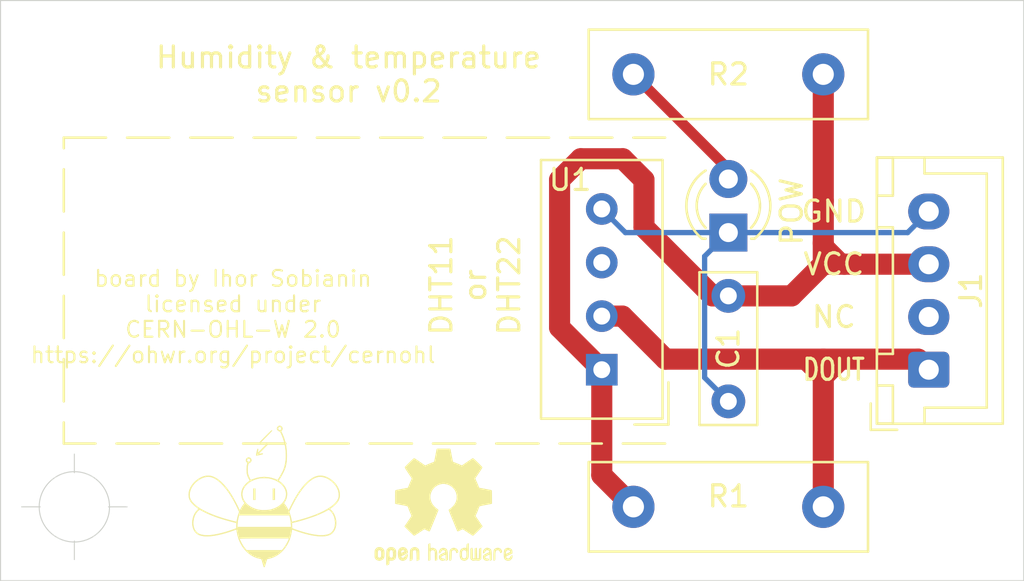
<source format=kicad_pcb>

(kicad_pcb
  (version 20171130)
  (host pcbnew "(5.1.12)-1")
  (general
    (thickness 1.6)
    (drawings 45)
    (tracks 34)
    (zones 0)
    (modules 12)
    (nets 7))
  (page A4)
  (layers
    (0 F.Cu signal)
    (31 B.Cu signal)
    (32 B.Adhes user hide)
    (33 F.Adhes user hide)
    (34 B.Paste user hide)
    (35 F.Paste user hide)
    (36 B.SilkS user hide)
    (37 F.SilkS user hide)
    (38 B.Mask user hide)
    (39 F.Mask user hide)
    (40 Dwgs.User user hide)
    (41 Cmts.User user hide)
    (42 Eco1.User user hide)
    (43 Eco2.User user hide)
    (44 Edge.Cuts user)
    (45 Margin user hide)
    (46 B.CrtYd user hide)
    (47 F.CrtYd user hide)
    (48 B.Fab user hide)
    (49 F.Fab user hide))
  (setup
    (last_trace_width 0.25)
    (user_trace_width 0.5)
    (user_trace_width 1)
    (trace_clearance 0.2)
    (zone_clearance 0.508)
    (zone_45_only no)
    (trace_min 0.2)
    (via_size 0.8)
    (via_drill 0.4)
    (via_min_size 0.4)
    (via_min_drill 0.3)
    (uvia_size 0.3)
    (uvia_drill 0.1)
    (uvias_allowed no)
    (uvia_min_size 0.2)
    (uvia_min_drill 0.1)
    (edge_width 0.05)
    (segment_width 0.2)
    (pcb_text_width 0.3)
    (pcb_text_size 1.5 1.5)
    (mod_edge_width 0.12)
    (mod_text_size 1 1)
    (mod_text_width 0.15)
    (pad_size 1.524 1.524)
    (pad_drill 0.762)
    (pad_to_mask_clearance 0)
    (aux_axis_origin 89 119.5)
    (visible_elements 7FFFFFFF)
    (pcbplotparams
      (layerselection 0x3ffff_ffffffff)
      (usegerberextensions false)
      (usegerberattributes false)
      (usegerberadvancedattributes false)
      (creategerberjobfile false)
      (excludeedgelayer true)
      (linewidth 0.1)
      (plotframeref false)
      (viasonmask false)
      (mode 1)
      (useauxorigin false)
      (hpglpennumber 1)
      (hpglpenspeed 20)
      (hpglpendiameter 15.0)
      (psnegative false)
      (psa4output false)
      (plotreference true)
      (plotvalue true)
      (plotinvisibletext false)
      (padsonsilk false)
      (subtractmaskfromsilk false)
      (outputformat 1)
      (mirror false)
      (drillshape 0)
      (scaleselection 1)
      (outputdirectory "gerber/")))
  (net 0 "")
  (net 1 GND)
  (net 2 +5V)
  (net 3 "Net-(D1-Pad2)")
  (net 4 "Net-(U1-Pad3)")
  (net 5 "Net-(J1-Pad2)")
  (net 6 "Net-(J1-Pad1)")
  (net_class Default "This is the default net class."
    (clearance 0.2)
    (trace_width 0.25)
    (via_dia 0.8)
    (via_drill 0.4)
    (uvia_dia 0.3)
    (uvia_drill 0.1)
    (add_net +5V)
    (add_net GND)
    (add_net "Net-(D1-Pad2)")
    (add_net "Net-(J1-Pad1)")
    (add_net "Net-(J1-Pad2)")
    (add_net "Net-(U1-Pad3)"))
  (module logo-beehive:logo-beehive-7_2х6_7mm
    (layer F.Cu)
    (tedit 0)
    (tstamp 5FD37F5D)
    (at 98 119)
    (fp_text reference G***
      (at 0 0)
      (layer F.SilkS) hide
      (effects
        (font
          (size 1.524 1.524)
          (thickness 0.3))))
    (fp_text value LOGO
      (at 0.75 0)
      (layer F.SilkS) hide
      (effects
        (font
          (size 1.524 1.524)
          (thickness 0.3))))
    (fp_poly
      (pts
        (xy 0.781124 -3.338272)
        (xy 0.820066 -3.312623)
        (xy 0.850866 -3.27735)
        (xy 0.862381 -3.253557)
        (xy 0.869381 -3.203831)
        (xy 0.86004 -3.155836)
        (xy 0.836291 -3.117453)
        (xy 0.826963 -3.109228)
        (xy 0.800557 -3.08931)
        (xy 0.860848 -2.961859)
        (xy 0.942059 -2.765907)
        (xy 1.003933 -2.561687)
        (xy 1.0468 -2.347606)
        (xy 1.070993 -2.122074)
        (xy 1.077124 -1.922318)
        (xy 1.073712 -1.775328)
        (xy 1.063437 -1.645173)
        (xy 1.045563 -1.526426)
        (xy 1.019354 -1.413658)
        (xy 0.998815 -1.345045)
        (xy 0.968368 -1.263013)
        (xy 0.926952 -1.169003)
        (xy 0.877686 -1.069335)
        (xy 0.823684 -0.970328)
        (xy 0.770857 -0.882677)
        (xy 0.741321 -0.836271)
        (xy 0.716056 -0.796521)
        (xy 0.69781 -0.767754)
        (xy 0.689434 -0.754466)
        (xy 0.694321 -0.742271)
        (xy 0.714538 -0.722105)
        (xy 0.745386 -0.698528)
        (xy 0.810309 -0.647155)
        (xy 0.876016 -0.583521)
        (xy 0.937047 -0.513779)
        (xy 0.987937 -0.444085)
        (xy 1.018545 -0.390721)
        (xy 1.053095 -0.310872)
        (xy 1.074433 -0.238095)
        (xy 1.084874 -0.162371)
        (xy 1.086945 -0.094934)
        (xy 1.076086 0.020467)
        (xy 1.045188 0.132328)
        (xy 0.995987 0.235343)
        (xy 0.96275 0.284984)
        (xy 0.935175 0.321741)
        (xy 0.996225 0.402894)
        (xy 1.032255 0.454242)
        (xy 1.070613 0.514339)
        (xy 1.103634 0.571117)
        (xy 1.10681 0.577014)
        (xy 1.156345 0.669982)
        (xy 1.269255 0.441786)
        (xy 1.379742 0.226784)
        (xy 1.488243 0.032834)
        (xy 1.595982 -0.141879)
        (xy 1.704185 -0.29917)
        (xy 1.814075 -0.440853)
        (xy 1.926878 -0.568743)
        (xy 2.004467 -0.647395)
        (xy 2.12895 -0.758498)
        (xy 2.2502 -0.847038)
        (xy 2.36916 -0.913164)
        (xy 2.48677 -0.957023)
        (xy 2.603972 -0.978764)
        (xy 2.721707 -0.978534)
        (xy 2.840917 -0.956481)
        (xy 2.962542 -0.912754)
        (xy 3.087524 -0.847501)
        (xy 3.125835 -0.823735)
        (xy 3.238046 -0.741435)
        (xy 3.336093 -0.648795)
        (xy 3.419199 -0.547932)
        (xy 3.486591 -0.440965)
        (xy 3.537492 -0.33001)
        (xy 3.571127 -0.217185)
        (xy 3.586721 -0.104607)
        (xy 3.583499 0.005605)
        (xy 3.560685 0.111335)
        (xy 3.517504 0.210464)
        (xy 3.509522 0.224138)
        (xy 3.467783 0.282863)
        (xy 3.410567 0.348425)
        (xy 3.342435 0.416194)
        (xy 3.267951 0.481537)
        (xy 3.215409 0.522663)
        (xy 3.176019 0.551978)
        (xy 3.144162 0.575822)
        (xy 3.123999 0.591072)
        (xy 3.119139 0.594895)
        (xy 3.125036 0.603996)
        (xy 3.144107 0.625315)
        (xy 3.172877 0.655066)
        (xy 3.189509 0.671619)
        (xy 3.25791 0.75317)
        (xy 3.316458 0.851565)
        (xy 3.363304 0.961991)
        (xy 3.396598 1.079634)
        (xy 3.414493 1.199678)
        (xy 3.417102 1.264228)
        (xy 3.40813 1.381577)
        (xy 3.38235 1.49233)
        (xy 3.34125 1.593721)
        (xy 3.286317 1.682986)
        (xy 3.219038 1.75736)
        (xy 3.140903 1.814077)
        (xy 3.113719 1.828107)
        (xy 3.009087 1.865839)
        (xy 2.886866 1.889603)
        (xy 2.747784 1.899491)
        (xy 2.592566 1.895596)
        (xy 2.42194 1.878011)
        (xy 2.236633 1.846829)
        (xy 2.037372 1.802142)
        (xy 1.824883 1.744044)
        (xy 1.599893 1.672626)
        (xy 1.430663 1.613046)
        (xy 1.320008 1.572564)
        (xy 1.295866 1.718578)
        (xy 1.25303 1.913354)
        (xy 1.190764 2.095947)
        (xy 1.10864 2.267293)
        (xy 1.006231 2.428329)
        (xy 0.923258 2.534228)
        (xy 0.814822 2.647279)
        (xy 0.693857 2.746765)
        (xy 0.563822 2.830581)
        (xy 0.428175 2.896622)
        (xy 0.290374 2.942784)
        (xy 0.229531 2.956334)
        (xy 0.189546 2.963931)
        (xy 0.158226 2.970106)
        (xy 0.143514 2.973255)
        (xy 0.135688 2.984969)
        (xy 0.123584 3.014497)
        (xy 0.108873 3.057339)
        (xy 0.093667 3.107452)
        (xy 0.076809 3.166365)
        (xy 0.060376 3.223781)
        (xy 0.0465 3.272257)
        (xy 0.038811 3.299114)
        (xy 0.025628 3.336932)
        (xy 0.012258 3.355729)
        (xy 0 3.359728)
        (xy -0.015288 3.353083)
        (xy -0.028404 3.330514)
        (xy -0.038811 3.299114)
        (xy -0.049206 3.262807)
        (xy -0.063822 3.211743)
        (xy -0.080529 3.153364)
        (xy -0.093667 3.107452)
        (xy -0.109311 3.055982)
        (xy -0.123971 3.013455)
        (xy -0.135977 2.984371)
        (xy -0.143515 2.973255)
        (xy -0.160656 2.969615)
        (xy -0.19313 2.96324)
        (xy -0.229531 2.956334)
        (xy -0.367186 2.919651)
        (xy -0.504219 2.862154)
        (xy -0.637175 2.785947)
        (xy -0.762596 2.693133)
        (xy -0.877026 2.585815)
        (xy -0.923269 2.534228)
        (xy -1.03903 2.38033)
        (xy -1.135257 2.214564)
        (xy -1.212083 2.036622)
        (xy -1.219586 2.011796)
        (xy -1.165985 2.011796)
        (xy -1.160628 2.030696)
        (xy -1.146181 2.0653)
        (xy -1.124874 2.111187)
        (xy -1.098933 2.163934)
        (xy -1.070588 2.219118)
        (xy -1.042066 2.272316)
        (xy -1.015595 2.319106)
        (xy -0.993403 2.355066)
        (xy -0.991985 2.357185)
        (xy -0.958579 2.404438)
        (xy -0.920872 2.454363)
        (xy -0.891354 2.490932)
        (xy -0.840013 2.551546)
        (xy 0.841033 2.551546)
        (xy 0.892441 2.490932)
        (xy 0.93843 2.432196)
        (xy 0.986502 2.362985)
        (xy 1.033888 2.288071)
        (xy 1.077819 2.212231)
        (xy 1.115523 2.140238)
        (xy 1.144233 2.076867)
        (xy 1.160841 2.028255)
        (xy 1.168594 1.997364)
        (xy 0.001251 1.997364)
        (xy -0.195644 1.997416)
        (xy -0.37057 1.997583)
        (xy -0.524648 1.997878)
        (xy -0.659 1.998316)
        (xy -0.774746 1.998909)
        (xy -0.873009 1.999671)
        (xy -0.95491 2.000618)
        (xy -1.02157 2.001762)
        (xy -1.074111 2.003117)
        (xy -1.113653 2.004698)
        (xy -1.141319 2.006517)
        (xy -1.158229 2.00859)
        (xy -1.165506 2.01093)
        (xy -1.165985 2.011796)
        (xy -1.219586 2.011796)
        (xy -1.26964 1.846195)
        (xy -1.308059 1.642973)
        (xy -1.310363 1.625739)
        (xy -1.317382 1.571614)
        (xy -1.42935 1.612882)
        (xy -1.629865 1.683029)
        (xy -1.825759 1.744185)
        (xy -2.015 1.795944)
        (xy -2.195555 1.837898)
        (xy -2.365393 1.869639)
        (xy -2.522479 1.89076)
        (xy -2.664783 1.900853)
        (xy -2.790271 1.899511)
        (xy -2.838314 1.895344)
        (xy -2.96209 1.875638)
        (xy -3.066609 1.846125)
        (xy -3.154103 1.80545)
        (xy -3.226803 1.752259)
        (xy -3.286941 1.685198)
        (xy -3.336747 1.602914)
        (xy -3.343746 1.588582)
        (xy -3.385695 1.481123)
        (xy -3.408942 1.37211)
        (xy -3.411475 1.320836)
        (xy -3.357374 1.320836)
        (xy -3.349051 1.403928)
        (xy -3.330314 1.480954)
        (xy -3.299783 1.559775)
        (xy -3.296364 1.567326)
        (xy -3.25627 1.634464)
        (xy -3.201534 1.697768)
        (xy -3.138721 1.750591)
        (xy -3.084262 1.782114)
        (xy -2.99339 1.813382)
        (xy -2.884978 1.834294)
        (xy -2.762244 1.844603)
        (xy -2.628408 1.844064)
        (xy -2.486691 1.83243)
        (xy -2.463978 1.829585)
        (xy -2.25216 1.794568)
        (xy -2.026325 1.743379)
        (xy -1.788428 1.676523)
        (xy -1.540425 1.594501)
        (xy -1.510962 1.583982)
        (xy -1.325191 1.51715)
        (xy -1.320921 1.390773)
        (xy -1.27 1.390773)
        (xy -1.27 1.454728)
        (xy 1.273528 1.454728)
        (xy 1.266408 1.330287)
        (xy 1.260547 1.26306)
        (xy 1.316252 1.26306)
        (xy 1.321954 1.512174)
        (xy 1.368136 1.530811)
        (xy 1.439484 1.558222)
        (xy 1.526724 1.589564)
        (xy 1.623473 1.622685)
        (xy 1.72335 1.655429)
        (xy 1.819972 1.685644)
        (xy 1.878735 1.703118)
        (xy 2.093291 1.760255)
        (xy 2.292609 1.802908)
        (xy 2.476182 1.831017)
        (xy 2.6435 1.844517)
        (xy 2.794056 1.843349)
        (xy 2.91629 1.829447)
        (xy 3.012927 1.807479)
        (xy 3.091872 1.777436)
        (xy 3.157765 1.737114)
        (xy 3.209942 1.690006)
        (xy 3.274118 1.607281)
        (xy 3.319819 1.513726)
        (xy 3.347495 1.407928)
        (xy 3.357597 1.28847)
        (xy 3.356526 1.229811)
        (xy 3.340665 1.088035)
        (xy 3.306955 0.96039)
        (xy 3.255506 0.847166)
        (xy 3.186427 0.748656)
        (xy 3.170098 0.730306)
        (xy 3.127268 0.685713)
        (xy 3.094795 0.657447)
        (xy 3.0686 0.643813)
        (xy 3.044605 0.643112)
        (xy 3.018734 0.65365)
        (xy 3.005226 0.661713)
        (xy 2.958944 0.688662)
        (xy 2.89593 0.722084)
        (xy 2.820825 0.759719)
        (xy 2.738272 0.799303)
        (xy 2.652912 0.838574)
        (xy 2.569387 0.875271)
        (xy 2.550619 0.883239)
        (xy 2.457139 0.920633)
        (xy 2.346529 0.961571)
        (xy 2.223166 1.004679)
        (xy 2.09143 1.048584)
        (xy 1.955698 1.091912)
        (xy 1.820349 1.133289)
        (xy 1.689763 1.171341)
        (xy 1.568317 1.204694)
        (xy 1.46039 1.231975)
        (xy 1.385859 1.248683)
        (xy 1.316252 1.26306)
        (xy 1.260547 1.26306)
        (xy 1.259747 1.253895)
        (xy 1.248535 1.167625)
        (xy 1.234147 1.079964)
        (xy 1.217961 0.9994)
        (xy 1.203276 0.940955)
        (xy 1.193293 0.906319)
        (xy -1.194304 0.906319)
        (xy -1.220268 1.010228)
        (xy -1.23911 1.098477)
        (xy -1.254501 1.195531)
        (xy -1.26518 1.29174)
        (xy -1.269885 1.377451)
        (xy -1.27 1.390773)
        (xy -1.320921 1.390773)
        (xy -1.316645 1.264228)
        (xy -1.434754 1.236895)
        (xy -1.501797 1.22041)
        (xy -1.585737 1.198273)
        (xy -1.681508 1.171947)
        (xy -1.78404 1.142901)
        (xy -1.888267 1.112598)
        (xy -1.989119 1.082507)
        (xy -2.08153 1.054092)
        (xy -2.160431 1.02882)
        (xy -2.199409 1.015696)
        (xy -2.323182 0.971175)
        (xy -2.448985 0.92273)
        (xy -2.572984 0.872035)
        (xy -2.691345 0.820767)
        (xy -2.800235 0.770601)
        (xy -2.89582 0.723212)
        (xy -2.974265 0.680275)
        (xy -2.993815 0.668554)
        (xy -3.027147 0.649909)
        (xy -3.05353 0.642358)
        (xy -3.078126 0.647357)
        (xy -3.106096 0.666363)
        (xy -3.142603 0.700832)
        (xy -3.15587 0.714282)
        (xy -3.232717 0.809128)
        (xy -3.291358 0.918026)
        (xy -3.331675 1.040673)
        (xy -3.353547 1.176766)
        (xy -3.356664 1.223819)
        (xy -3.357374 1.320836)
        (xy -3.411475 1.320836)
        (xy -3.414734 1.254894)
        (xy -3.413307 1.218046)
        (xy -3.396132 1.080679)
        (xy -3.361188 0.952052)
        (xy -3.309573 0.83484)
        (xy -3.242385 0.731716)
        (xy -3.188985 0.671619)
        (xy -3.1569 0.639059)
        (xy -3.132792 0.613101)
        (xy -3.120127 0.597552)
        (xy -3.119139 0.594895)
        (xy -3.1295 0.586909)
        (xy -3.154289 0.568322)
        (xy -3.189354 0.542238)
        (xy -3.216089 0.522438)
        (xy -3.292731 0.461203)
        (xy -3.366118 0.3941)
        (xy -3.431605 0.325854)
        (xy -3.484547 0.261184)
        (xy -3.509522 0.224148)
        (xy -3.556269 0.125261)
        (xy -3.582294 0.01982)
        (xy -3.58729 -0.071302)
        (xy -3.531475 -0.071302)
        (xy -3.530831 -0.039606)
        (xy -3.527441 0.015291)
        (xy -3.521365 0.056568)
        (xy -3.510236 0.093692)
        (xy -3.491685 0.136134)
        (xy -3.481814 0.156403)
        (xy -3.425027 0.248295)
        (xy -3.345829 0.340169)
        (xy -3.244895 0.431635)
        (xy -3.122901 0.522299)
        (xy -2.980524 0.611771)
        (xy -2.81844 0.699659)
        (xy -2.637324 0.785571)
        (xy -2.437852 0.869116)
        (xy -2.220702 0.949901)
        (xy -1.986548 1.027535)
        (xy -1.9685 1.033164)
        (xy -1.899652 1.053987)
        (xy -1.823419 1.076095)
        (xy -1.742903 1.098684)
        (xy -1.661204 1.120951)
        (xy -1.581421 1.142094)
        (xy -1.506657 1.161309)
        (xy -1.440011 1.177795)
        (xy -1.384584 1.190747)
        (xy -1.343476 1.199364)
        (xy -1.319788 1.202841)
        (xy -1.315331 1.202301)
        (xy -1.310525 1.18843)
        (xy -1.303023 1.157156)
        (xy -1.294048 1.113834)
        (xy -1.288644 1.085273)
        (xy -1.275538 1.023924)
        (xy -1.257466 0.952675)
        (xy -1.237498 0.883276)
        (xy -1.228744 0.855882)
        (xy -1.188907 0.736173)
        (xy -1.190922 0.731736)
        (xy 1.187715 0.731736)
        (xy 1.224028 0.841244)
        (xy 1.24494 0.908541)
        (xy 1.264527 0.979266)
        (xy 1.281511 1.04802)
        (xy 1.294618 1.109401)
        (xy 1.302571 1.158011)
        (xy 1.304386 1.181301)
        (xy 1.307638 1.204155)
        (xy 1.31928 1.209081)
        (xy 1.324841 1.207791)
        (xy 1.342821 1.202968)
        (xy 1.378686 1.193763)
        (xy 1.427904 1.181327)
        (xy 1.485942 1.166807)
        (xy 1.512454 1.160216)
        (xy 1.7631 1.094106)
        (xy 2.000962 1.023487)
        (xy 2.225116 0.948828)
        (xy 2.434641 0.870599)
        (xy 2.628614 0.789271)
        (xy 2.806113 0.705311)
        (xy 2.966216 0.61919)
        (xy 3.108001 0.531377)
        (xy 3.230545 0.442341)
        (xy 3.332927 0.352553)
        (xy 3.414223 0.262482)
        (xy 3.473511 0.172596)
        (xy 3.480994 0.15806)
        (xy 3.502829 0.111304)
        (xy 3.516532 0.072763)
        (xy 3.524475 0.033013)
        (xy 3.529027 -0.017368)
        (xy 3.530161 -0.037404)
        (xy 3.525184 -0.160604)
        (xy 3.497675 -0.281907)
        (xy 3.448182 -0.400087)
        (xy 3.377254 -0.513921)
        (xy 3.285439 -0.622184)
        (xy 3.25425 -0.653064)
        (xy 3.14536 -0.74489)
        (xy 3.031263 -0.818683)
        (xy 2.914113 -0.873715)
        (xy 2.796064 -0.909257)
        (xy 2.679268 -0.924579)
        (xy 2.565881 -0.918952)
        (xy 2.505364 -0.906562)
        (xy 2.39331 -0.865968)
        (xy 2.278736 -0.803154)
        (xy 2.162206 -0.718784)
        (xy 2.044283 -0.613524)
        (xy 1.925533 -0.488036)
        (xy 1.80652 -0.342986)
        (xy 1.687807 -0.179037)
        (xy 1.56996 0.003146)
        (xy 1.453542 0.202899)
        (xy 1.339118 0.419558)
        (xy 1.284575 0.530391)
        (xy 1.187715 0.731736)
        (xy -1.190922 0.731736)
        (xy -1.242049 0.6192)
        (xy -1.344968 0.403905)
        (xy -1.452176 0.201117)
        (xy -1.562851 0.011828)
        (xy -1.676172 -0.16297)
        (xy -1.791318 -0.322286)
        (xy -1.907468 -0.465127)
        (xy -2.0238 -0.590502)
        (xy -2.139494 -0.697418)
        (xy -2.253727 -0.784885)
        (xy -2.36568 -0.851909)
        (xy -2.47453 -0.8975)
        (xy -2.505364 -0.906562)
        (xy -2.615938 -0.924099)
        (xy -2.731113 -0.920284)
        (xy -2.848734 -0.895846)
        (xy -2.966648 -0.851514)
        (xy -3.082701 -0.788017)
        (xy -3.19474 -0.706084)
        (xy -3.25425 -0.653064)
        (xy -3.352283 -0.546482)
        (xy -3.429568 -0.433803)
        (xy -3.485559 -0.316239)
        (xy -3.51971 -0.195001)
        (xy -3.531475 -0.071302)
        (xy -3.58729 -0.071302)
        (xy -3.588325 -0.090174)
        (xy -3.575091 -0.202723)
        (xy -3.543319 -0.315828)
        (xy -3.493736 -0.427488)
        (xy -3.427071 -0.535706)
        (xy -3.344052 -0.638481)
        (xy -3.245405 -0.733815)
        (xy -3.131858 -0.819709)
        (xy -3.128818 -0.821729)
        (xy -3.003531 -0.894559)
        (xy -2.880454 -0.945281)
        (xy -2.758981 -0.973797)
        (xy -2.638509 -0.980009)
        (xy -2.518432 -0.96382)
        (xy -2.398146 -0.925131)
        (xy -2.277046 -0.863845)
        (xy -2.154528 -0.779862)
        (xy -2.029987 -0.673087)
        (xy -1.993285 -0.637726)
        (xy -1.876664 -0.514496)
        (xy -1.76359 -0.378067)
        (xy -1.652878 -0.226667)
        (xy -1.543339 -0.058527)
        (xy -1.433786 0.128125)
        (xy -1.323032 0.335058)
        (xy -1.269145 0.442009)
        (xy -1.156125 0.670426)
        (xy -1.109291 0.580554)
        (xy -1.078495 0.526225)
        (xy -1.040587 0.466059)
        (xy -1.003155 0.412031)
        (xy -0.998816 0.406212)
        (xy -0.935175 0.321741)
        (xy -0.962751 0.284984)
        (xy -1.021033 0.188878)
        (xy -1.061938 0.08109)
        (xy -1.083733 -0.033077)
        (xy -1.086945 -0.094934)
        (xy -1.086541 -0.104581)
        (xy -1.03596 -0.104581)
        (xy -1.026154 0.004092)
        (xy -0.995446 0.109498)
        (xy -0.944929 0.210166)
        (xy -0.875696 0.304621)
        (xy -0.78884 0.391391)
        (xy -0.685456 0.469002)
        (xy -0.566635 0.535983)
        (xy -0.433472 0.590859)
        (xy -0.423003 0.594423)
        (xy -0.343148 0.618909)
        (xy -0.268002 0.636303)
        (xy -0.191285 0.647415)
        (xy -0.10671 0.653053)
        (xy -0.007997 0.654028)
        (xy 0.034636 0.653341)
        (xy 0.112848 0.651127)
        (xy 0.17405 0.647841)
        (xy 0.224321 0.642791)
        (xy 0.269739 0.635286)
        (xy 0.316383 0.624634)
        (xy 0.339248 0.618667)
        (xy 0.48028 0.572409)
        (xy 0.60799 0.513494)
        (xy 0.721255 0.443288)
        (xy 0.818952 0.363159)
        (xy 0.89996 0.274475)
        (xy 0.963155 0.178601)
        (xy 1.007416 0.076906)
        (xy 1.031619 -0.029243)
        (xy 1.034643 -0.13848)
        (xy 1.02377 -0.215046)
        (xy 0.988557 -0.32622)
        (xy 0.932382 -0.430687)
        (xy 0.856726 -0.527164)
        (xy 0.763074 -0.614365)
        (xy 0.652907 -0.691003)
        (xy 0.527709 -0.755794)
        (xy 0.388962 -0.807452)
        (xy 0.317435 -0.827343)
        (xy 0.265651 -0.839627)
        (xy 0.220998 -0.848283)
        (xy 0.17729 -0.853929)
        (xy 0.128345 -0.85718)
        (xy 0.067978 -0.858652)
        (xy 0 -0.858965)
        (xy -0.075828 -0.858546)
        (xy -0.134778 -0.856879)
        (xy -0.183055 -0.853351)
        (xy -0.226862 -0.847346)
        (xy -0.272404 -0.838251)
        (xy -0.3175 -0.827536)
        (xy -0.462194 -0.78292)
        (xy -0.594078 -0.724467)
        (xy -0.711668 -0.653466)
        (xy -0.813482 -0.571202)
        (xy -0.898035 -0.478962)
        (xy -0.963844 -0.378032)
        (xy -1.009426 -0.269698)
        (xy -1.02377 -0.215046)
        (xy -1.03596 -0.104581)
        (xy -1.086541 -0.104581)
        (xy -1.083385 -0.179891)
        (xy -1.070732 -0.2541)
        (xy -1.046671 -0.327578)
        (xy -1.018545 -0.390721)
        (xy -0.980207 -0.455708)
        (xy -0.927199 -0.525847)
        (xy -0.864982 -0.594984)
        (xy -0.799018 -0.656964)
        (xy -0.745379 -0.698532)
        (xy -0.681877 -0.742268)
        (xy -0.711307 -0.789657)
        (xy -0.775382 -0.91204)
        (xy -0.815808 -1.027545)
        (xy -0.827612 -1.090213)
        (xy -0.834802 -1.168285)
        (xy -0.837383 -1.254538)
        (xy -0.835358 -1.341751)
        (xy -0.828733 -1.422702)
        (xy -0.81751 -1.490171)
        (xy -0.815547 -1.498229)
        (xy -0.794048 -1.58214)
        (xy -0.823808 -1.60555)
        (xy -0.855103 -1.643446)
        (xy -0.868873 -1.689922)
        (xy -0.86773 -1.706645)
        (xy -0.819727 -1.706645)
        (xy -0.810207 -1.679885)
        (xy -0.786971 -1.652868)
        (xy -0.758005 -1.63322)
        (xy -0.737292 -1.627909)
        (xy -0.710612 -1.635591)
        (xy -0.684812 -1.653012)
        (xy -0.663044 -1.686513)
        (xy -0.659999 -1.722991)
        (xy -0.673306 -1.756371)
        (xy -0.700596 -1.780577)
        (xy -0.738071 -1.789545)
        (xy -0.771185 -1.779412)
        (xy -0.800241 -1.754129)
        (xy -0.817681 -1.721369)
        (xy -0.819727 -1.706645)
        (xy -0.86773 -1.706645)
        (xy -0.865518 -1.739005)
        (xy -0.845439 -1.784719)
        (xy -0.809361 -1.820873)
        (xy -0.764231 -1.842776)
        (xy -0.71985 -1.844407)
        (xy -0.67516 -1.829062)
        (xy -0.639173 -1.800811)
        (xy -0.612432 -1.758947)
        (xy -0.600564 -1.712661)
        (xy -0.600407 -1.706982)
        (xy -0.610708 -1.664952)
        (xy -0.637735 -1.624526)
        (xy -0.675862 -1.593111)
        (xy -0.693329 -1.584583)
        (xy -0.721895 -1.570686)
        (xy -0.739711 -1.55217)
        (xy -0.753326 -1.521228)
        (xy -0.757751 -1.507784)
        (xy -0.769308 -1.45586)
        (xy -0.777432 -1.387829)
        (xy -0.781948 -1.310446)
        (xy -0.782678 -1.230465)
        (xy -0.779447 -1.15464)
        (xy -0.772077 -1.089725)
        (xy -0.769104 -1.073727)
        (xy -0.757296 -1.030294)
        (xy -0.73904 -0.97831)
        (xy -0.716774 -0.923294)
        (xy -0.692936 -0.870762)
        (xy -0.669964 -0.826231)
        (xy -0.650298 -0.795219)
        (xy -0.641975 -0.786089)
        (xy -0.623931 -0.784078)
        (xy -0.587414 -0.793208)
        (xy -0.531675 -0.81367)
        (xy -0.528876 -0.814791)
        (xy -0.356342 -0.871998)
        (xy -0.181043 -0.906566)
        (xy -0.004425 -0.918495)
        (xy 0.172062 -0.907786)
        (xy 0.346972 -0.87444)
        (xy 0.518857 -0.818457)
        (xy 0.529286 -0.814279)
        (xy 0.629227 -0.773804)
        (xy 0.652693 -0.802464)
        (xy 0.675511 -0.833998)
        (xy 0.706046 -0.881335)
        (xy 0.741548 -0.939695)
        (xy 0.779269 -1.004299)
        (xy 0.816461 -1.070367)
        (xy 0.850376 -1.133118)
        (xy 0.878263 -1.187772)
        (xy 0.894974 -1.223818)
        (xy 0.952283 -1.384565)
        (xy 0.993139 -1.55845)
        (xy 1.017692 -1.742563)
        (xy 1.026091 -1.933994)
        (xy 1.018488 -2.129834)
        (xy 0.995032 -2.327174)
        (xy 0.955874 -2.523103)
        (xy 0.901163 -2.714712)
        (xy 0.83105 -2.899092)
        (xy 0.805599 -2.955636)
        (xy 0.782039 -3.005003)
        (xy 0.764405 -3.037704)
        (xy 0.749165 -3.058139)
        (xy 0.732786 -3.070709)
        (xy 0.711739 -3.079812)
        (xy 0.70366 -3.082636)
        (xy 0.659252 -3.106825)
        (xy 0.624129 -3.142791)
        (xy 0.603562 -3.184206)
        (xy 0.600364 -3.206712)
        (xy 0.604074 -3.224306)
        (xy 0.659665 -3.224306)
        (xy 0.662521 -3.188954)
        (xy 0.683492 -3.15701)
        (xy 0.688511 -3.152747)
        (xy 0.725237 -3.132232)
        (xy 0.758193 -3.133638)
        (xy 0.791365 -3.157134)
        (xy 0.791388 -3.157157)
        (xy 0.814899 -3.190331)
        (xy 0.816319 -3.223285)
        (xy 0.795819 -3.260007)
        (xy 0.795798 -3.260034)
        (xy 0.76393 -3.285504)
        (xy 0.738071 -3.290454)
        (xy 0.699613 -3.281092)
        (xy 0.672753 -3.257031)
        (xy 0.659665 -3.224306)
        (xy 0.604074 -3.224306)
        (xy 0.611034 -3.257305)
        (xy 0.639695 -3.301015)
        (xy 0.68132 -3.332816)
        (xy 0.730884 -3.347682)
        (xy 0.741833 -3.348181)
        (xy 0.781124 -3.338272))
      (layer F.SilkS)
      (width 0.01))
    (fp_poly
      (pts
        (xy 0.373099 -3.122533)
        (xy 0.369224 -3.109199)
        (xy 0.354184 -3.086757)
        (xy 0.327016 -3.054031)
        (xy 0.28676 -3.009848)
        (xy 0.232455 -2.953033)
        (xy 0.16314 -2.882413)
        (xy 0.096827 -2.815781)
        (xy -0.190327 -2.528454)
        (xy 0.008746 -2.528454)
        (xy 0.081153 -2.528276)
        (xy 0.133629 -2.52753)
        (xy 0.169333 -2.525895)
        (xy 0.191424 -2.523054)
        (xy 0.203059 -2.518688)
        (xy 0.207397 -2.512477)
        (xy 0.207818 -2.50835)
        (xy 0.199922 -2.495335)
        (xy 0.177598 -2.468358)
        (xy 0.14289 -2.429638)
        (xy 0.097844 -2.381393)
        (xy 0.044505 -2.325843)
        (xy -0.015081 -2.265206)
        (xy -0.031647 -2.248578)
        (xy -0.107675 -2.171851)
        (xy -0.167131 -2.110416)
        (xy -0.21038 -2.063869)
        (xy -0.237787 -2.031809)
        (xy -0.249716 -2.01383)
        (xy -0.248124 -2.009314)
        (xy -0.224942 -2.01189)
        (xy -0.188032 -2.018168)
        (xy -0.15317 -2.025161)
        (xy -0.112516 -2.033013)
        (xy -0.088124 -2.034732)
        (xy -0.073974 -2.030254)
        (xy -0.067646 -2.024266)
        (xy -0.060571 -2.01187)
        (xy -0.063805 -2.001313)
        (xy -0.079929 -1.991447)
        (xy -0.111523 -1.981122)
        (xy -0.161166 -1.969192)
        (xy -0.218458 -1.957139)
        (xy -0.281228 -1.944397)
        (xy -0.325023 -1.935816)
        (xy -0.353499 -1.93097)
        (xy -0.370313 -1.929433)
        (xy -0.379119 -1.930779)
        (xy -0.383574 -1.934583)
        (xy -0.385558 -1.937671)
        (xy -0.386495 -1.953939)
        (xy -0.382402 -1.986838)
        (xy -0.374463 -2.031182)
        (xy -0.363866 -2.081789)
        (xy -0.351794 -2.133474)
        (xy -0.339436 -2.181054)
        (xy -0.327975 -2.219345)
        (xy -0.318599 -2.243164)
        (xy -0.31449 -2.248343)
        (xy -0.295101 -2.249946)
        (xy -0.285455 -2.234986)
        (xy -0.285226 -2.201866)
        (xy -0.294087 -2.148986)
        (xy -0.294139 -2.148738)
        (xy -0.302673 -2.107185)
        (xy -0.308924 -2.074871)
        (xy -0.311687 -2.05806)
        (xy -0.311727 -2.057342)
        (xy -0.303951 -2.063003)
        (xy -0.282058 -2.082978)
        (xy -0.248202 -2.115196)
        (xy -0.204539 -2.157586)
        (xy -0.153221 -2.208077)
        (xy -0.103751 -2.257256)
        (xy 0.104224 -2.464954)
        (xy -0.083408 -2.470727)
        (xy -0.15498 -2.473257)
        (xy -0.20655 -2.476017)
        (xy -0.241206 -2.479383)
        (xy -0.262038 -2.48373)
        (xy -0.272134 -2.489436)
        (xy -0.274392 -2.494)
        (xy -0.267207 -2.50546)
        (xy -0.245659 -2.530835)
        (xy -0.211923 -2.567927)
        (xy -0.168174 -2.614538)
        (xy -0.116585 -2.668467)
        (xy -0.059333 -2.727516)
        (xy 0.001408 -2.789486)
        (xy 0.063464 -2.852177)
        (xy 0.12466 -2.913392)
        (xy 0.18282 -2.97093)
        (xy 0.235771 -3.022593)
        (xy 0.281337 -3.066181)
        (xy 0.317345 -3.099496)
        (xy 0.341618 -3.120339)
        (xy 0.351193 -3.126571)
        (xy 0.366768 -3.127932)
        (xy 0.373099 -3.122533))
      (layer F.SilkS)
      (width 0.01))
    (fp_poly
      (pts
        (xy -0.415636 0.173182)
        (xy -0.519546 0.173182)
        (xy -0.519546 -0.369454)
        (xy -0.415636 -0.369454)
        (xy -0.415636 0.173182))
      (layer F.SilkS)
      (width 0.01))
    (fp_poly
      (pts
        (xy 0.508 0.173182)
        (xy 0.404091 0.173182)
        (xy 0.404091 -0.369454)
        (xy 0.508 -0.369454)
        (xy 0.508 0.173182))
      (layer F.SilkS)
      (width 0.01)))
  (module Symbol:OSHW-Logo2_7.3x6mm_SilkScreen
    (layer F.Cu)
    (tedit 0)
    (tstamp 5F351A69)
    (at 106.5 119.5)
    (descr "Open Source Hardware Symbol")
    (tags "Logo Symbol OSHW")
    (attr virtual)
    (fp_text reference REF**_5
      (at 0 0)
      (layer F.SilkS) hide
      (effects
        (font
          (size 1 1)
          (thickness 0.15))))
    (fp_text value OSHW-Logo2_7.3x6mm_SilkScreen
      (at 0.75 0)
      (layer F.Fab) hide
      (effects
        (font
          (size 1 1)
          (thickness 0.15))))
    (fp_poly
      (pts
        (xy 0.10391 -2.757652)
        (xy 0.182454 -2.757222)
        (xy 0.239298 -2.756058)
        (xy 0.278105 -2.753793)
        (xy 0.302538 -2.75006)
        (xy 0.316262 -2.744494)
        (xy 0.32294 -2.736727)
        (xy 0.326236 -2.726395)
        (xy 0.326556 -2.725057)
        (xy 0.331562 -2.700921)
        (xy 0.340829 -2.653299)
        (xy 0.353392 -2.587259)
        (xy 0.368287 -2.507872)
        (xy 0.384551 -2.420204)
        (xy 0.385119 -2.417125)
        (xy 0.40141 -2.331211)
        (xy 0.416652 -2.255304)
        (xy 0.429861 -2.193955)
        (xy 0.440054 -2.151718)
        (xy 0.446248 -2.133145)
        (xy 0.446543 -2.132816)
        (xy 0.464788 -2.123747)
        (xy 0.502405 -2.108633)
        (xy 0.551271 -2.090738)
        (xy 0.551543 -2.090642)
        (xy 0.613093 -2.067507)
        (xy 0.685657 -2.038035)
        (xy 0.754057 -2.008403)
        (xy 0.757294 -2.006938)
        (xy 0.868702 -1.956374)
        (xy 1.115399 -2.12484)
        (xy 1.191077 -2.176197)
        (xy 1.259631 -2.222111)
        (xy 1.317088 -2.25997)
        (xy 1.359476 -2.287163)
        (xy 1.382825 -2.301079)
        (xy 1.385042 -2.302111)
        (xy 1.40201 -2.297516)
        (xy 1.433701 -2.275345)
        (xy 1.481352 -2.234553)
        (xy 1.546198 -2.174095)
        (xy 1.612397 -2.109773)
        (xy 1.676214 -2.046388)
        (xy 1.733329 -1.988549)
        (xy 1.780305 -1.939825)
        (xy 1.813703 -1.90379)
        (xy 1.830085 -1.884016)
        (xy 1.830694 -1.882998)
        (xy 1.832505 -1.869428)
        (xy 1.825683 -1.847267)
        (xy 1.80854 -1.813522)
        (xy 1.779393 -1.7652)
        (xy 1.736555 -1.699308)
        (xy 1.679448 -1.614483)
        (xy 1.628766 -1.539823)
        (xy 1.583461 -1.47286)
        (xy 1.54615 -1.417484)
        (xy 1.519452 -1.37758)
        (xy 1.505985 -1.357038)
        (xy 1.505137 -1.355644)
        (xy 1.506781 -1.335962)
        (xy 1.519245 -1.297707)
        (xy 1.540048 -1.248111)
        (xy 1.547462 -1.232272)
        (xy 1.579814 -1.16171)
        (xy 1.614328 -1.081647)
        (xy 1.642365 -1.012371)
        (xy 1.662568 -0.960955)
        (xy 1.678615 -0.921881)
        (xy 1.687888 -0.901459)
        (xy 1.689041 -0.899886)
        (xy 1.706096 -0.897279)
        (xy 1.746298 -0.890137)
        (xy 1.804302 -0.879477)
        (xy 1.874763 -0.866315)
        (xy 1.952335 -0.851667)
        (xy 2.031672 -0.836551)
        (xy 2.107431 -0.821982)
        (xy 2.174264 -0.808978)
        (xy 2.226828 -0.798555)
        (xy 2.259776 -0.79173)
        (xy 2.267857 -0.789801)
        (xy 2.276205 -0.785038)
        (xy 2.282506 -0.774282)
        (xy 2.287045 -0.753902)
        (xy 2.290104 -0.720266)
        (xy 2.291967 -0.669745)
        (xy 2.292918 -0.598708)
        (xy 2.29324 -0.503524)
        (xy 2.293257 -0.464508)
        (xy 2.293257 -0.147201)
        (xy 2.217057 -0.132161)
        (xy 2.174663 -0.124005)
        (xy 2.1114 -0.112101)
        (xy 2.034962 -0.097884)
        (xy 1.953043 -0.08279)
        (xy 1.9304 -0.078645)
        (xy 1.854806 -0.063947)
        (xy 1.788953 -0.049495)
        (xy 1.738366 -0.036625)
        (xy 1.708574 -0.026678)
        (xy 1.703612 -0.023713)
        (xy 1.691426 -0.002717)
        (xy 1.673953 0.037967)
        (xy 1.654577 0.090322)
        (xy 1.650734 0.1016)
        (xy 1.625339 0.171523)
        (xy 1.593817 0.250418)
        (xy 1.562969 0.321266)
        (xy 1.562817 0.321595)
        (xy 1.511447 0.432733)
        (xy 1.680399 0.681253)
        (xy 1.849352 0.929772)
        (xy 1.632429 1.147058)
        (xy 1.566819 1.211726)
        (xy 1.506979 1.268733)
        (xy 1.456267 1.315033)
        (xy 1.418046 1.347584)
        (xy 1.395675 1.363343)
        (xy 1.392466 1.364343)
        (xy 1.373626 1.356469)
        (xy 1.33518 1.334578)
        (xy 1.28133 1.301267)
        (xy 1.216276 1.259131)
        (xy 1.14594 1.211943)
        (xy 1.074555 1.16381)
        (xy 1.010908 1.121928)
        (xy 0.959041 1.088871)
        (xy 0.922995 1.067218)
        (xy 0.906867 1.059543)
        (xy 0.887189 1.066037)
        (xy 0.849875 1.08315)
        (xy 0.802621 1.107326)
        (xy 0.797612 1.110013)
        (xy 0.733977 1.141927)
        (xy 0.690341 1.157579)
        (xy 0.663202 1.157745)
        (xy 0.649057 1.143204)
        (xy 0.648975 1.143)
        (xy 0.641905 1.125779)
        (xy 0.625042 1.084899)
        (xy 0.599695 1.023525)
        (xy 0.567171 0.944819)
        (xy 0.528778 0.851947)
        (xy 0.485822 0.748072)
        (xy 0.444222 0.647502)
        (xy 0.398504 0.536516)
        (xy 0.356526 0.433703)
        (xy 0.319548 0.342215)
        (xy 0.288827 0.265201)
        (xy 0.265622 0.205815)
        (xy 0.25119 0.167209)
        (xy 0.246743 0.1528)
        (xy 0.257896 0.136272)
        (xy 0.287069 0.10993)
        (xy 0.325971 0.080887)
        (xy 0.436757 -0.010961)
        (xy 0.523351 -0.116241)
        (xy 0.584716 -0.232734)
        (xy 0.619815 -0.358224)
        (xy 0.627608 -0.490493)
        (xy 0.621943 -0.551543)
        (xy 0.591078 -0.678205)
        (xy 0.53792 -0.790059)
        (xy 0.465767 -0.885999)
        (xy 0.377917 -0.964924)
        (xy 0.277665 -1.02573)
        (xy 0.16831 -1.067313)
        (xy 0.053147 -1.088572)
        (xy -0.064525 -1.088401)
        (xy -0.18141 -1.065699)
        (xy -0.294211 -1.019362)
        (xy -0.399631 -0.948287)
        (xy -0.443632 -0.908089)
        (xy -0.528021 -0.804871)
        (xy -0.586778 -0.692075)
        (xy -0.620296 -0.57299)
        (xy -0.628965 -0.450905)
        (xy -0.613177 -0.329107)
        (xy -0.573322 -0.210884)
        (xy -0.509793 -0.099525)
        (xy -0.422979 0.001684)
        (xy -0.325971 0.080887)
        (xy -0.285563 0.111162)
        (xy -0.257018 0.137219)
        (xy -0.246743 0.152825)
        (xy -0.252123 0.169843)
        (xy -0.267425 0.2105)
        (xy -0.291388 0.271642)
        (xy -0.322756 0.350119)
        (xy -0.360268 0.44278)
        (xy -0.402667 0.546472)
        (xy -0.444337 0.647526)
        (xy -0.49031 0.758607)
        (xy -0.532893 0.861541)
        (xy -0.570779 0.953165)
        (xy -0.60266 1.030316)
        (xy -0.627229 1.089831)
        (xy -0.64318 1.128544)
        (xy -0.64909 1.143)
        (xy -0.663052 1.157685)
        (xy -0.69006 1.157642)
        (xy -0.733587 1.142099)
        (xy -0.79711 1.110284)
        (xy -0.797612 1.110013)
        (xy -0.84544 1.085323)
        (xy -0.884103 1.067338)
        (xy -0.905905 1.059614)
        (xy -0.906867 1.059543)
        (xy -0.923279 1.067378)
        (xy -0.959513 1.089165)
        (xy -1.011526 1.122328)
        (xy -1.075275 1.164291)
        (xy -1.14594 1.211943)
        (xy -1.217884 1.260191)
        (xy -1.282726 1.302151)
        (xy -1.336265 1.335227)
        (xy -1.374303 1.356821)
        (xy -1.392467 1.364343)
        (xy -1.409192 1.354457)
        (xy -1.44282 1.326826)
        (xy -1.48999 1.284495)
        (xy -1.547342 1.230505)
        (xy -1.611516 1.167899)
        (xy -1.632503 1.146983)
        (xy -1.849501 0.929623)
        (xy -1.684332 0.68722)
        (xy -1.634136 0.612781)
        (xy -1.590081 0.545972)
        (xy -1.554638 0.490665)
        (xy -1.530281 0.450729)
        (xy -1.519478 0.430036)
        (xy -1.519162 0.428563)
        (xy -1.524857 0.409058)
        (xy -1.540174 0.369822)
        (xy -1.562463 0.31743)
        (xy -1.578107 0.282355)
        (xy -1.607359 0.215201)
        (xy -1.634906 0.147358)
        (xy -1.656263 0.090034)
        (xy -1.662065 0.072572)
        (xy -1.678548 0.025938)
        (xy -1.69466 -0.010095)
        (xy -1.70351 -0.023713)
        (xy -1.72304 -0.032048)
        (xy -1.765666 -0.043863)
        (xy -1.825855 -0.057819)
        (xy -1.898078 -0.072578)
        (xy -1.9304 -0.078645)
        (xy -2.012478 -0.093727)
        (xy -2.091205 -0.108331)
        (xy -2.158891 -0.12102)
        (xy -2.20784 -0.130358)
        (xy -2.217057 -0.132161)
        (xy -2.293257 -0.147201)
        (xy -2.293257 -0.464508)
        (xy -2.293086 -0.568846)
        (xy -2.292384 -0.647787)
        (xy -2.290866 -0.704962)
        (xy -2.288251 -0.744001)
        (xy -2.284254 -0.768535)
        (xy -2.278591 -0.782195)
        (xy -2.27098 -0.788611)
        (xy -2.267857 -0.789801)
        (xy -2.249022 -0.79402)
        (xy -2.207412 -0.802438)
        (xy -2.14837 -0.814039)
        (xy -2.077243 -0.827805)
        (xy -1.999375 -0.84272)
        (xy -1.920113 -0.857768)
        (xy -1.844802 -0.871931)
        (xy -1.778787 -0.884194)
        (xy -1.727413 -0.893539)
        (xy -1.696025 -0.89895)
        (xy -1.689041 -0.899886)
        (xy -1.682715 -0.912404)
        (xy -1.66871 -0.945754)
        (xy -1.649645 -0.993623)
        (xy -1.642366 -1.012371)
        (xy -1.613004 -1.084805)
        (xy -1.578429 -1.16483)
        (xy -1.547463 -1.232272)
        (xy -1.524677 -1.283841)
        (xy -1.509518 -1.326215)
        (xy -1.504458 -1.352166)
        (xy -1.505264 -1.355644)
        (xy -1.515959 -1.372064)
        (xy -1.54038 -1.408583)
        (xy -1.575905 -1.461313)
        (xy -1.619913 -1.526365)
        (xy -1.669783 -1.599849)
        (xy -1.679644 -1.614355)
        (xy -1.737508 -1.700296)
        (xy -1.780044 -1.765739)
        (xy -1.808946 -1.813696)
        (xy -1.82591 -1.84718)
        (xy -1.832633 -1.869205)
        (xy -1.83081 -1.882783)
        (xy -1.830764 -1.882869)
        (xy -1.816414 -1.900703)
        (xy -1.784677 -1.935183)
        (xy -1.73899 -1.982732)
        (xy -1.682796 -2.039778)
        (xy -1.619532 -2.102745)
        (xy -1.612398 -2.109773)
        (xy -1.53267 -2.18698)
        (xy -1.471143 -2.24367)
        (xy -1.426579 -2.28089)
        (xy -1.397743 -2.299685)
        (xy -1.385042 -2.302111)
        (xy -1.366506 -2.291529)
        (xy -1.328039 -2.267084)
        (xy -1.273614 -2.231388)
        (xy -1.207202 -2.187053)
        (xy -1.132775 -2.136689)
        (xy -1.115399 -2.12484)
        (xy -0.868703 -1.956374)
        (xy -0.757294 -2.006938)
        (xy -0.689543 -2.036405)
        (xy -0.616817 -2.066041)
        (xy -0.554297 -2.08967)
        (xy -0.551543 -2.090642)
        (xy -0.50264 -2.108543)
        (xy -0.464943 -2.12368)
        (xy -0.446575 -2.13279)
        (xy -0.446544 -2.132816)
        (xy -0.440715 -2.149283)
        (xy -0.430808 -2.189781)
        (xy -0.417805 -2.249758)
        (xy -0.402691 -2.32466)
        (xy -0.386448 -2.409936)
        (xy -0.385119 -2.417125)
        (xy -0.368825 -2.504986)
        (xy -0.353867 -2.58474)
        (xy -0.341209 -2.651319)
        (xy -0.331814 -2.699653)
        (xy -0.326646 -2.724675)
        (xy -0.326556 -2.725057)
        (xy -0.323411 -2.735701)
        (xy -0.317296 -2.743738)
        (xy -0.304547 -2.749533)
        (xy -0.2815 -2.753453)
        (xy -0.244491 -2.755865)
        (xy -0.189856 -2.757135)
        (xy -0.113933 -2.757629)
        (xy -0.013056 -2.757714)
        (xy 0 -2.757714)
        (xy 0.10391 -2.757652))
      (layer F.SilkS)
      (width 0.01))
    (fp_poly
      (pts
        (xy 3.153595 1.966966)
        (xy 3.211021 2.004497)
        (xy 3.238719 2.038096)
        (xy 3.260662 2.099064)
        (xy 3.262405 2.147308)
        (xy 3.258457 2.211816)
        (xy 3.109686 2.276934)
        (xy 3.037349 2.310202)
        (xy 2.990084 2.336964)
        (xy 2.965507 2.360144)
        (xy 2.961237 2.382667)
        (xy 2.974889 2.407455)
        (xy 2.989943 2.423886)
        (xy 3.033746 2.450235)
        (xy 3.081389 2.452081)
        (xy 3.125145 2.431546)
        (xy 3.157289 2.390752)
        (xy 3.163038 2.376347)
        (xy 3.190576 2.331356)
        (xy 3.222258 2.312182)
        (xy 3.265714 2.295779)
        (xy 3.265714 2.357966)
        (xy 3.261872 2.400283)
        (xy 3.246823 2.435969)
        (xy 3.21528 2.476943)
        (xy 3.210592 2.482267)
        (xy 3.175506 2.51872)
        (xy 3.145347 2.538283)
        (xy 3.107615 2.547283)
        (xy 3.076335 2.55023)
        (xy 3.020385 2.550965)
        (xy 2.980555 2.54166)
        (xy 2.955708 2.527846)
        (xy 2.916656 2.497467)
        (xy 2.889625 2.464613)
        (xy 2.872517 2.423294)
        (xy 2.863238 2.367521)
        (xy 2.859693 2.291305)
        (xy 2.85941 2.252622)
        (xy 2.860372 2.206247)
        (xy 2.948007 2.206247)
        (xy 2.949023 2.231126)
        (xy 2.951556 2.2352)
        (xy 2.968274 2.229665)
        (xy 3.004249 2.215017)
        (xy 3.052331 2.19419)
        (xy 3.062386 2.189714)
        (xy 3.123152 2.158814)
        (xy 3.156632 2.131657)
        (xy 3.16399 2.10622)
        (xy 3.146391 2.080481)
        (xy 3.131856 2.069109)
        (xy 3.07941 2.046364)
        (xy 3.030322 2.050122)
        (xy 2.989227 2.077884)
        (xy 2.960758 2.127152)
        (xy 2.951631 2.166257)
        (xy 2.948007 2.206247)
        (xy 2.860372 2.206247)
        (xy 2.861285 2.162249)
        (xy 2.868196 2.095384)
        (xy 2.881884 2.046695)
        (xy 2.904096 2.010849)
        (xy 2.936574 1.982513)
        (xy 2.950733 1.973355)
        (xy 3.015053 1.949507)
        (xy 3.085473 1.948006)
        (xy 3.153595 1.966966))
      (layer F.SilkS)
      (width 0.01))
    (fp_poly
      (pts
        (xy 2.6526 1.958752)
        (xy 2.669948 1.966334)
        (xy 2.711356 1.999128)
        (xy 2.746765 2.046547)
        (xy 2.768664 2.097151)
        (xy 2.772229 2.122098)
        (xy 2.760279 2.156927)
        (xy 2.734067 2.175357)
        (xy 2.705964 2.186516)
        (xy 2.693095 2.188572)
        (xy 2.686829 2.173649)
        (xy 2.674456 2.141175)
        (xy 2.669028 2.126502)
        (xy 2.63859 2.075744)
        (xy 2.59452 2.050427)
        (xy 2.53801 2.051206)
        (xy 2.533825 2.052203)
        (xy 2.503655 2.066507)
        (xy 2.481476 2.094393)
        (xy 2.466327 2.139287)
        (xy 2.45725 2.204615)
        (xy 2.453286 2.293804)
        (xy 2.452914 2.341261)
        (xy 2.45273 2.416071)
        (xy 2.451522 2.467069)
        (xy 2.448309 2.499471)
        (xy 2.442109 2.518495)
        (xy 2.43194 2.529356)
        (xy 2.416819 2.537272)
        (xy 2.415946 2.53767)
        (xy 2.386828 2.549981)
        (xy 2.372403 2.554514)
        (xy 2.370186 2.540809)
        (xy 2.368289 2.502925)
        (xy 2.366847 2.445715)
        (xy 2.365998 2.374027)
        (xy 2.365829 2.321565)
        (xy 2.366692 2.220047)
        (xy 2.37007 2.143032)
        (xy 2.377142 2.086023)
        (xy 2.389088 2.044526)
        (xy 2.40709 2.014043)
        (xy 2.432327 1.99008)
        (xy 2.457247 1.973355)
        (xy 2.517171 1.951097)
        (xy 2.586911 1.946076)
        (xy 2.6526 1.958752))
      (layer F.SilkS)
      (width 0.01))
    (fp_poly
      (pts
        (xy 2.144876 1.956335)
        (xy 2.186667 1.975344)
        (xy 2.219469 1.998378)
        (xy 2.243503 2.024133)
        (xy 2.260097 2.057358)
        (xy 2.270577 2.1028)
        (xy 2.276271 2.165207)
        (xy 2.278507 2.249327)
        (xy 2.278743 2.304721)
        (xy 2.278743 2.520826)
        (xy 2.241774 2.53767)
        (xy 2.212656 2.549981)
        (xy 2.198231 2.554514)
        (xy 2.195472 2.541025)
        (xy 2.193282 2.504653)
        (xy 2.191942 2.451542)
        (xy 2.191657 2.409372)
        (xy 2.190434 2.348447)
        (xy 2.187136 2.300115)
        (xy 2.182321 2.270518)
        (xy 2.178496 2.264229)
        (xy 2.152783 2.270652)
        (xy 2.112418 2.287125)
        (xy 2.065679 2.309458)
        (xy 2.020845 2.333457)
        (xy 1.986193 2.35493)
        (xy 1.970002 2.369685)
        (xy 1.969938 2.369845)
        (xy 1.97133 2.397152)
        (xy 1.983818 2.423219)
        (xy 2.005743 2.444392)
        (xy 2.037743 2.451474)
        (xy 2.065092 2.450649)
        (xy 2.103826 2.450042)
        (xy 2.124158 2.459116)
        (xy 2.136369 2.483092)
        (xy 2.137909 2.487613)
        (xy 2.143203 2.521806)
        (xy 2.129047 2.542568)
        (xy 2.092148 2.552462)
        (xy 2.052289 2.554292)
        (xy 1.980562 2.540727)
        (xy 1.943432 2.521355)
        (xy 1.897576 2.475845)
        (xy 1.873256 2.419983)
        (xy 1.871073 2.360957)
        (xy 1.891629 2.305953)
        (xy 1.922549 2.271486)
        (xy 1.95342 2.252189)
        (xy 2.001942 2.227759)
        (xy 2.058485 2.202985)
        (xy 2.06791 2.199199)
        (xy 2.130019 2.171791)
        (xy 2.165822 2.147634)
        (xy 2.177337 2.123619)
        (xy 2.16658 2.096635)
        (xy 2.148114 2.075543)
        (xy 2.104469 2.049572)
        (xy 2.056446 2.047624)
        (xy 2.012406 2.067637)
        (xy 1.980709 2.107551)
        (xy 1.976549 2.117848)
        (xy 1.952327 2.155724)
        (xy 1.916965 2.183842)
        (xy 1.872343 2.206917)
        (xy 1.872343 2.141485)
        (xy 1.874969 2.101506)
        (xy 1.88623 2.069997)
        (xy 1.911199 2.036378)
        (xy 1.935169 2.010484)
        (xy 1.972441 1.973817)
        (xy 2.001401 1.954121)
        (xy 2.032505 1.94622)
        (xy 2.067713 1.944914)
        (xy 2.144876 1.956335))
      (layer F.SilkS)
      (width 0.01))
    (fp_poly
      (pts
        (xy 1.779833 1.958663)
        (xy 1.782048 1.99685)
        (xy 1.783784 2.054886)
        (xy 1.784899 2.12818)
        (xy 1.785257 2.205055)
        (xy 1.785257 2.465196)
        (xy 1.739326 2.511127)
        (xy 1.707675 2.539429)
        (xy 1.67989 2.550893)
        (xy 1.641915 2.550168)
        (xy 1.62684 2.548321)
        (xy 1.579726 2.542948)
        (xy 1.540756 2.539869)
        (xy 1.531257 2.539585)
        (xy 1.499233 2.541445)
        (xy 1.453432 2.546114)
        (xy 1.435674 2.548321)
        (xy 1.392057 2.551735)
        (xy 1.362745 2.54432)
        (xy 1.33368 2.521427)
        (xy 1.323188 2.511127)
        (xy 1.277257 2.465196)
        (xy 1.277257 1.978602)
        (xy 1.314226 1.961758)
        (xy 1.346059 1.949282)
        (xy 1.364683 1.944914)
        (xy 1.369458 1.958718)
        (xy 1.373921 1.997286)
        (xy 1.377775 2.056356)
        (xy 1.380722 2.131663)
        (xy 1.382143 2.195286)
        (xy 1.386114 2.445657)
        (xy 1.420759 2.450556)
        (xy 1.452268 2.447131)
        (xy 1.467708 2.436041)
        (xy 1.472023 2.415308)
        (xy 1.475708 2.371145)
        (xy 1.478469 2.309146)
        (xy 1.480012 2.234909)
        (xy 1.480235 2.196706)
        (xy 1.480457 1.976783)
        (xy 1.526166 1.960849)
        (xy 1.558518 1.950015)
        (xy 1.576115 1.944962)
        (xy 1.576623 1.944914)
        (xy 1.578388 1.958648)
        (xy 1.580329 1.99673)
        (xy 1.582282 2.054482)
        (xy 1.584084 2.127227)
        (xy 1.585343 2.195286)
        (xy 1.589314 2.445657)
        (xy 1.6764 2.445657)
        (xy 1.680396 2.21724)
        (xy 1.684392 1.988822)
        (xy 1.726847 1.966868)
        (xy 1.758192 1.951793)
        (xy 1.776744 1.944951)
        (xy 1.777279 1.944914)
        (xy 1.779833 1.958663))
      (layer F.SilkS)
      (width 0.01))
    (fp_poly
      (pts
        (xy 1.190117 2.065358)
        (xy 1.189933 2.173837)
        (xy 1.189219 2.257287)
        (xy 1.187675 2.319704)
        (xy 1.185001 2.365085)
        (xy 1.180894 2.397429)
        (xy 1.175055 2.420733)
        (xy 1.167182 2.438995)
        (xy 1.161221 2.449418)
        (xy 1.111855 2.505945)
        (xy 1.049264 2.541377)
        (xy 0.980013 2.55409)
        (xy 0.910668 2.542463)
        (xy 0.869375 2.521568)
        (xy 0.826025 2.485422)
        (xy 0.796481 2.441276)
        (xy 0.778655 2.383462)
        (xy 0.770463 2.306313)
        (xy 0.769302 2.249714)
        (xy 0.769458 2.245647)
        (xy 0.870857 2.245647)
        (xy 0.871476 2.31055)
        (xy 0.874314 2.353514)
        (xy 0.88084 2.381622)
        (xy 0.892523 2.401953)
        (xy 0.906483 2.417288)
        (xy 0.953365 2.44689)
        (xy 1.003701 2.449419)
        (xy 1.051276 2.424705)
        (xy 1.054979 2.421356)
        (xy 1.070783 2.403935)
        (xy 1.080693 2.383209)
        (xy 1.086058 2.352362)
        (xy 1.088228 2.304577)
        (xy 1.088571 2.251748)
        (xy 1.087827 2.185381)
        (xy 1.084748 2.141106)
        (xy 1.078061 2.112009)
        (xy 1.066496 2.091173)
        (xy 1.057013 2.080107)
        (xy 1.01296 2.052198)
        (xy 0.962224 2.048843)
        (xy 0.913796 2.070159)
        (xy 0.90445 2.078073)
        (xy 0.88854 2.095647)
        (xy 0.87861 2.116587)
        (xy 0.873278 2.147782)
        (xy 0.871163 2.196122)
        (xy 0.870857 2.245647)
        (xy 0.769458 2.245647)
        (xy 0.77281 2.158568)
        (xy 0.784726 2.090086)
        (xy 0.807135 2.0386)
        (xy 0.842124 1.998443)
        (xy 0.869375 1.977861)
        (xy 0.918907 1.955625)
        (xy 0.976316 1.945304)
        (xy 1.029682 1.948067)
        (xy 1.059543 1.959212)
        (xy 1.071261 1.962383)
        (xy 1.079037 1.950557)
        (xy 1.084465 1.918866)
        (xy 1.088571 1.870593)
        (xy 1.093067 1.816829)
        (xy 1.099313 1.784482)
        (xy 1.110676 1.765985)
        (xy 1.130528 1.75377)
        (xy 1.143 1.748362)
        (xy 1.190171 1.728601)
        (xy 1.190117 2.065358))
      (layer F.SilkS)
      (width 0.01))
    (fp_poly
      (pts
        (xy 0.529926 1.949755)
        (xy 0.595858 1.974084)
        (xy 0.649273 2.017117)
        (xy 0.670164 2.047409)
        (xy 0.692939 2.102994)
        (xy 0.692466 2.143186)
        (xy 0.668562 2.170217)
        (xy 0.659717 2.174813)
        (xy 0.62153 2.189144)
        (xy 0.602028 2.185472)
        (xy 0.595422 2.161407)
        (xy 0.595086 2.148114)
        (xy 0.582992 2.09921)
        (xy 0.551471 2.064999)
        (xy 0.507659 2.048476)
        (xy 0.458695 2.052634)
        (xy 0.418894 2.074227)
        (xy 0.40545 2.086544)
        (xy 0.395921 2.101487)
        (xy 0.389485 2.124075)
        (xy 0.385317 2.159328)
        (xy 0.382597 2.212266)
        (xy 0.380502 2.287907)
        (xy 0.37996 2.311857)
        (xy 0.377981 2.39379)
        (xy 0.375731 2.451455)
        (xy 0.372357 2.489608)
        (xy 0.367006 2.513004)
        (xy 0.358824 2.526398)
        (xy 0.346959 2.534545)
        (xy 0.339362 2.538144)
        (xy 0.307102 2.550452)
        (xy 0.288111 2.554514)
        (xy 0.281836 2.540948)
        (xy 0.278006 2.499934)
        (xy 0.2766 2.430999)
        (xy 0.277598 2.333669)
        (xy 0.277908 2.318657)
        (xy 0.280101 2.229859)
        (xy 0.282693 2.165019)
        (xy 0.286382 2.119067)
        (xy 0.291864 2.086935)
        (xy 0.299835 2.063553)
        (xy 0.310993 2.043852)
        (xy 0.31683 2.03541)
        (xy 0.350296 1.998057)
        (xy 0.387727 1.969003)
        (xy 0.392309 1.966467)
        (xy 0.459426 1.946443)
        (xy 0.529926 1.949755))
      (layer F.SilkS)
      (width 0.01))
    (fp_poly
      (pts
        (xy 0.039744 1.950968)
        (xy 0.096616 1.972087)
        (xy 0.097267 1.972493)
        (xy 0.13244 1.99838)
        (xy 0.158407 2.028633)
        (xy 0.17667 2.068058)
        (xy 0.188732 2.121462)
        (xy 0.196096 2.193651)
        (xy 0.200264 2.289432)
        (xy 0.200629 2.303078)
        (xy 0.205876 2.508842)
        (xy 0.161716 2.531678)
        (xy 0.129763 2.54711)
        (xy 0.11047 2.554423)
        (xy 0.109578 2.554514)
        (xy 0.106239 2.541022)
        (xy 0.103587 2.504626)
        (xy 0.101956 2.451452)
        (xy 0.1016 2.408393)
        (xy 0.101592 2.338641)
        (xy 0.098403 2.294837)
        (xy 0.087288 2.273944)
        (xy 0.063501 2.272925)
        (xy 0.022296 2.288741)
        (xy -0.039914 2.317815)
        (xy -0.085659 2.341963)
        (xy -0.109187 2.362913)
        (xy -0.116104 2.385747)
        (xy -0.116114 2.386877)
        (xy -0.104701 2.426212)
        (xy -0.070908 2.447462)
        (xy -0.019191 2.450539)
        (xy 0.018061 2.450006)
        (xy 0.037703 2.460735)
        (xy 0.049952 2.486505)
        (xy 0.057002 2.519337)
        (xy 0.046842 2.537966)
        (xy 0.043017 2.540632)
        (xy 0.007001 2.55134)
        (xy -0.043434 2.552856)
        (xy -0.095374 2.545759)
        (xy -0.132178 2.532788)
        (xy -0.183062 2.489585)
        (xy -0.211986 2.429446)
        (xy -0.217714 2.382462)
        (xy -0.213343 2.340082)
        (xy -0.197525 2.305488)
        (xy -0.166203 2.274763)
        (xy -0.115322 2.24399)
        (xy -0.040824 2.209252)
        (xy -0.036286 2.207288)
        (xy 0.030821 2.176287)
        (xy 0.072232 2.150862)
        (xy 0.089981 2.128014)
        (xy 0.086107 2.104745)
        (xy 0.062643 2.078056)
        (xy 0.055627 2.071914)
        (xy 0.00863 2.0481)
        (xy -0.040067 2.049103)
        (xy -0.082478 2.072451)
        (xy -0.110616 2.115675)
        (xy -0.113231 2.12416)
        (xy -0.138692 2.165308)
        (xy -0.170999 2.185128)
        (xy -0.217714 2.20477)
        (xy -0.217714 2.15395)
        (xy -0.203504 2.080082)
        (xy -0.161325 2.012327)
        (xy -0.139376 1.989661)
        (xy -0.089483 1.960569)
        (xy -0.026033 1.9474)
        (xy 0.039744 1.950968))
      (layer F.SilkS)
      (width 0.01))
    (fp_poly
      (pts
        (xy -0.624114 1.851289)
        (xy -0.619861 1.910613)
        (xy -0.614975 1.945572)
        (xy -0.608205 1.96082)
        (xy -0.598298 1.961015)
        (xy -0.595086 1.959195)
        (xy -0.552356 1.946015)
        (xy -0.496773 1.946785)
        (xy -0.440263 1.960333)
        (xy -0.404918 1.977861)
        (xy -0.368679 2.005861)
        (xy -0.342187 2.037549)
        (xy -0.324001 2.077813)
        (xy -0.312678 2.131543)
        (xy -0.306778 2.203626)
        (xy -0.304857 2.298951)
        (xy -0.304823 2.317237)
        (xy -0.3048 2.522646)
        (xy -0.350509 2.53858)
        (xy -0.382973 2.54942)
        (xy -0.400785 2.554468)
        (xy -0.401309 2.554514)
        (xy -0.403063 2.540828)
        (xy -0.404556 2.503076)
        (xy -0.405674 2.446224)
        (xy -0.406303 2.375234)
        (xy -0.4064 2.332073)
        (xy -0.406602 2.246973)
        (xy -0.407642 2.185981)
        (xy -0.410169 2.144177)
        (xy -0.414836 2.116642)
        (xy -0.422293 2.098456)
        (xy -0.433189 2.084698)
        (xy -0.439993 2.078073)
        (xy -0.486728 2.051375)
        (xy -0.537728 2.049375)
        (xy -0.583999 2.071955)
        (xy -0.592556 2.080107)
        (xy -0.605107 2.095436)
        (xy -0.613812 2.113618)
        (xy -0.619369 2.139909)
        (xy -0.622474 2.179562)
        (xy -0.623824 2.237832)
        (xy -0.624114 2.318173)
        (xy -0.624114 2.522646)
        (xy -0.669823 2.53858)
        (xy -0.702287 2.54942)
        (xy -0.720099 2.554468)
        (xy -0.720623 2.554514)
        (xy -0.721963 2.540623)
        (xy -0.723172 2.501439)
        (xy -0.724199 2.4407)
        (xy -0.724998 2.362141)
        (xy -0.725519 2.269498)
        (xy -0.725714 2.166509)
        (xy -0.725714 1.769342)
        (xy -0.678543 1.749444)
        (xy -0.631371 1.729547)
        (xy -0.624114 1.851289))
      (layer F.SilkS)
      (width 0.01))
    (fp_poly
      (pts
        (xy -1.831697 1.931239)
        (xy -1.774473 1.969735)
        (xy -1.730251 2.025335)
        (xy -1.703833 2.096086)
        (xy -1.69849 2.148162)
        (xy -1.699097 2.169893)
        (xy -1.704178 2.186531)
        (xy -1.718145 2.201437)
        (xy -1.745411 2.217973)
        (xy -1.790388 2.239498)
        (xy -1.857489 2.269374)
        (xy -1.857829 2.269524)
        (xy -1.919593 2.297813)
        (xy -1.970241 2.322933)
        (xy -2.004596 2.342179)
        (xy -2.017482 2.352848)
        (xy -2.017486 2.352934)
        (xy -2.006128 2.376166)
        (xy -1.979569 2.401774)
        (xy -1.949077 2.420221)
        (xy -1.93363 2.423886)
        (xy -1.891485 2.411212)
        (xy -1.855192 2.379471)
        (xy -1.837483 2.344572)
        (xy -1.820448 2.318845)
        (xy -1.787078 2.289546)
        (xy -1.747851 2.264235)
        (xy -1.713244 2.250471)
        (xy -1.706007 2.249714)
        (xy -1.697861 2.26216)
        (xy -1.69737 2.293972)
        (xy -1.703357 2.336866)
        (xy -1.714643 2.382558)
        (xy -1.73005 2.422761)
        (xy -1.730829 2.424322)
        (xy -1.777196 2.489062)
        (xy -1.837289 2.533097)
        (xy -1.905535 2.554711)
        (xy -1.976362 2.552185)
        (xy -2.044196 2.523804)
        (xy -2.047212 2.521808)
        (xy -2.100573 2.473448)
        (xy -2.13566 2.410352)
        (xy -2.155078 2.327387)
        (xy -2.157684 2.304078)
        (xy -2.162299 2.194055)
        (xy -2.156767 2.142748)
        (xy -2.017486 2.142748)
        (xy -2.015676 2.174753)
        (xy -2.005778 2.184093)
        (xy -1.981102 2.177105)
        (xy -1.942205 2.160587)
        (xy -1.898725 2.139881)
        (xy -1.897644 2.139333)
        (xy -1.860791 2.119949)
        (xy -1.846 2.107013)
        (xy -1.849647 2.093451)
        (xy -1.865005 2.075632)
        (xy -1.904077 2.049845)
        (xy -1.946154 2.04795)
        (xy -1.983897 2.066717)
        (xy -2.009966 2.102915)
        (xy -2.017486 2.142748)
        (xy -2.156767 2.142748)
        (xy -2.152806 2.106027)
        (xy -2.12845 2.036212)
        (xy -2.094544 1.987302)
        (xy -2.033347 1.937878)
        (xy -1.965937 1.913359)
        (xy -1.89712 1.911797)
        (xy -1.831697 1.931239))
      (layer F.SilkS)
      (width 0.01))
    (fp_poly
      (pts
        (xy -2.958885 1.921962)
        (xy -2.890855 1.957733)
        (xy -2.840649 2.015301)
        (xy -2.822815 2.052312)
        (xy -2.808937 2.107882)
        (xy -2.801833 2.178096)
        (xy -2.80116 2.254727)
        (xy -2.806573 2.329552)
        (xy -2.81773 2.394342)
        (xy -2.834286 2.440873)
        (xy -2.839374 2.448887)
        (xy -2.899645 2.508707)
        (xy -2.971231 2.544535)
        (xy -3.048908 2.55502)
        (xy -3.127452 2.53881)
        (xy -3.149311 2.529092)
        (xy -3.191878 2.499143)
        (xy -3.229237 2.459433)
        (xy -3.232768 2.454397)
        (xy -3.247119 2.430124)
        (xy -3.256606 2.404178)
        (xy -3.26221 2.370022)
        (xy -3.264914 2.321119)
        (xy -3.265701 2.250935)
        (xy -3.265714 2.2352)
        (xy -3.265678 2.230192)
        (xy -3.120571 2.230192)
        (xy -3.119727 2.29643)
        (xy -3.116404 2.340386)
        (xy -3.109417 2.368779)
        (xy -3.097584 2.388325)
        (xy -3.091543 2.394857)
        (xy -3.056814 2.41968)
        (xy -3.023097 2.418548)
        (xy -2.989005 2.397016)
        (xy -2.968671 2.374029)
        (xy -2.956629 2.340478)
        (xy -2.949866 2.287569)
        (xy -2.949402 2.281399)
        (xy -2.948248 2.185513)
        (xy -2.960312 2.114299)
        (xy -2.98543 2.068194)
        (xy -3.02344 2.047635)
        (xy -3.037008 2.046514)
        (xy -3.072636 2.052152)
        (xy -3.097006 2.071686)
        (xy -3.111907 2.109042)
        (xy -3.119125 2.16815)
        (xy -3.120571 2.230192)
        (xy -3.265678 2.230192)
        (xy -3.265174 2.160413)
        (xy -3.262904 2.108159)
        (xy -3.257932 2.071949)
        (xy -3.249287 2.045299)
        (xy -3.235995 2.021722)
        (xy -3.233057 2.017338)
        (xy -3.183687 1.958249)
        (xy -3.129891 1.923947)
        (xy -3.064398 1.910331)
        (xy -3.042158 1.909665)
        (xy -2.958885 1.921962))
      (layer F.SilkS)
      (width 0.01))
    (fp_poly
      (pts
        (xy -1.283907 1.92778)
        (xy -1.237328 1.954723)
        (xy -1.204943 1.981466)
        (xy -1.181258 2.009484)
        (xy -1.164941 2.043748)
        (xy -1.154661 2.089227)
        (xy -1.149086 2.150892)
        (xy -1.146884 2.233711)
        (xy -1.146629 2.293246)
        (xy -1.146629 2.512391)
        (xy -1.208314 2.540044)
        (xy -1.27 2.567697)
        (xy -1.277257 2.32767)
        (xy -1.280256 2.238028)
        (xy -1.283402 2.172962)
        (xy -1.287299 2.128026)
        (xy -1.292553 2.09877)
        (xy -1.299769 2.080748)
        (xy -1.30955 2.069511)
        (xy -1.312688 2.067079)
        (xy -1.360239 2.048083)
        (xy -1.408303 2.0556)
        (xy -1.436914 2.075543)
        (xy -1.448553 2.089675)
        (xy -1.456609 2.10822)
        (xy -1.461729 2.136334)
        (xy -1.464559 2.179173)
        (xy -1.465744 2.241895)
        (xy -1.465943 2.307261)
        (xy -1.465982 2.389268)
        (xy -1.467386 2.447316)
        (xy -1.472086 2.486465)
        (xy -1.482013 2.51178)
        (xy -1.499097 2.528323)
        (xy -1.525268 2.541156)
        (xy -1.560225 2.554491)
        (xy -1.598404 2.569007)
        (xy -1.593859 2.311389)
        (xy -1.592029 2.218519)
        (xy -1.589888 2.149889)
        (xy -1.586819 2.100711)
        (xy -1.582206 2.066198)
        (xy -1.575432 2.041562)
        (xy -1.565881 2.022016)
        (xy -1.554366 2.00477)
        (xy -1.49881 1.94968)
        (xy -1.43102 1.917822)
        (xy -1.357287 1.910191)
        (xy -1.283907 1.92778))
      (layer F.SilkS)
      (width 0.01))
    (fp_poly
      (pts
        (xy -2.400256 1.919918)
        (xy -2.344799 1.947568)
        (xy -2.295852 1.99848)
        (xy -2.282371 2.017338)
        (xy -2.267686 2.042015)
        (xy -2.258158 2.068816)
        (xy -2.252707 2.104587)
        (xy -2.250253 2.156169)
        (xy -2.249714 2.224267)
        (xy -2.252148 2.317588)
        (xy -2.260606 2.387657)
        (xy -2.276826 2.439931)
        (xy -2.302546 2.479869)
        (xy -2.339503 2.512929)
        (xy -2.342218 2.514886)
        (xy -2.37864 2.534908)
        (xy -2.422498 2.544815)
        (xy -2.478276 2.547257)
        (xy -2.568952 2.547257)
        (xy -2.56899 2.635283)
        (xy -2.569834 2.684308)
        (xy -2.574976 2.713065)
        (xy -2.588413 2.730311)
        (xy -2.614142 2.744808)
        (xy -2.620321 2.747769)
        (xy -2.649236 2.761648)
        (xy -2.671624 2.770414)
        (xy -2.688271 2.771171)
        (xy -2.699964 2.761023)
        (xy -2.70749 2.737073)
        (xy -2.711634 2.696426)
        (xy -2.713185 2.636186)
        (xy -2.712929 2.553455)
        (xy -2.711651 2.445339)
        (xy -2.711252 2.413)
        (xy -2.709815 2.301524)
        (xy -2.708528 2.228603)
        (xy -2.569029 2.228603)
        (xy -2.568245 2.290499)
        (xy -2.56476 2.330997)
        (xy -2.556876 2.357708)
        (xy -2.542895 2.378244)
        (xy -2.533403 2.38826)
        (xy -2.494596 2.417567)
        (xy -2.460237 2.419952)
        (xy -2.424784 2.39575)
        (xy -2.423886 2.394857)
        (xy -2.409461 2.376153)
        (xy -2.400687 2.350732)
        (xy -2.396261 2.311584)
        (xy -2.394882 2.251697)
        (xy -2.394857 2.23843)
        (xy -2.398188 2.155901)
        (xy -2.409031 2.098691)
        (xy -2.42866 2.063766)
        (xy -2.45835 2.048094)
        (xy -2.475509 2.046514)
        (xy -2.516234 2.053926)
        (xy -2.544168 2.07833)
        (xy -2.560983 2.12298)
        (xy -2.56835 2.19113)
        (xy -2.569029 2.228603)
        (xy -2.708528 2.228603)
        (xy -2.708292 2.215245)
        (xy -2.706323 2.150333)
        (xy -2.70355 2.102958)
        (xy -2.699612 2.06929)
        (xy -2.694151 2.045498)
        (xy -2.686808 2.027753)
        (xy -2.677223 2.012224)
        (xy -2.673113 2.006381)
        (xy -2.618595 1.951185)
        (xy -2.549664 1.91989)
        (xy -2.469928 1.911165)
        (xy -2.400256 1.919918))
      (layer F.SilkS)
      (width 0.01)))
  (module MountingHole:MountingHole_3.2mm_M3_DIN965
    (layer F.Cu)
    (tedit 56D1B4CB)
    (tstamp 5F351057)
    (at 89 119.5 180)
    (descr "Mounting Hole 3.2mm, no annular, M3, DIN965")
    (tags "mounting hole 3.2mm no annular m3 din965")
    (attr virtual)
    (fp_text reference REF**_4
      (at -0.5 4.5)
      (layer F.Fab)
      (effects
        (font
          (size 1 1)
          (thickness 0.15))))
    (fp_text value MountingHole_3.2mm_M3_DIN965
      (at 0 3.8)
      (layer F.Fab)
      (effects
        (font
          (size 1 1)
          (thickness 0.15))))
    (fp_text user %R
      (at 0.3 0)
      (layer F.Fab)
      (effects
        (font
          (size 1 1)
          (thickness 0.15))))
    (fp_circle
      (center 0 0)
      (end 2.8 0)
      (layer Cmts.User)
      (width 0.15))
    (fp_circle
      (center 0 0)
      (end 3.05 0)
      (layer F.CrtYd)
      (width 0.05))
    (pad 1 np_thru_hole circle
      (at 0 0 180)
      (size 3.2 3.2)
      (drill 3.2)
      (layers *.Cu *.Mask)))
  (module MountingHole:MountingHole_3.2mm_M3_DIN965
    (layer F.Cu)
    (tedit 56D1B4CB)
    (tstamp 5F351057)
    (at 89 99 90)
    (descr "Mounting Hole 3.2mm, no annular, M3, DIN965")
    (tags "mounting hole 3.2mm no annular m3 din965")
    (attr virtual)
    (fp_text reference REF**_3
      (at 0 -3.8 90)
      (layer F.Fab)
      (effects
        (font
          (size 1 1)
          (thickness 0.15))))
    (fp_text value MountingHole_3.2mm_M3_DIN965
      (at 0 3.8 90)
      (layer F.Fab)
      (effects
        (font
          (size 1 1)
          (thickness 0.15))))
    (fp_text user %R
      (at 0.3 0 90)
      (layer F.Fab)
      (effects
        (font
          (size 1 1)
          (thickness 0.15))))
    (fp_circle
      (center 0 0)
      (end 2.8 0)
      (layer Cmts.User)
      (width 0.15))
    (fp_circle
      (center 0 0)
      (end 3.05 0)
      (layer F.CrtYd)
      (width 0.05))
    (pad 1 np_thru_hole circle
      (at 0 0 90)
      (size 3.2 3.2)
      (drill 3.2)
      (layers *.Cu *.Mask)))
  (module MountingHole:MountingHole_3.2mm_M3_DIN965
    (layer F.Cu)
    (tedit 56D1B4CB)
    (tstamp 5F345150)
    (at 130.5 119.5)
    (descr "Mounting Hole 3.2mm, no annular, M3, DIN965")
    (tags "mounting hole 3.2mm no annular m3 din965")
    (attr virtual)
    (fp_text reference REF**_2
      (at 0 -3.8)
      (layer F.Fab)
      (effects
        (font
          (size 1 1)
          (thickness 0.15))))
    (fp_text value MountingHole_3.2mm_M3_DIN965
      (at 0 3.8)
      (layer F.Fab)
      (effects
        (font
          (size 1 1)
          (thickness 0.15))))
    (fp_text user %R
      (at 0.3 0)
      (layer F.Fab)
      (effects
        (font
          (size 1 1)
          (thickness 0.15))))
    (fp_circle
      (center 0 0)
      (end 2.8 0)
      (layer Cmts.User)
      (width 0.15))
    (fp_circle
      (center 0 0)
      (end 3.05 0)
      (layer F.CrtYd)
      (width 0.05))
    (pad 1 np_thru_hole circle
      (at 0 0)
      (size 3.2 3.2)
      (drill 3.2)
      (layers *.Cu *.Mask)))
  (module MountingHole:MountingHole_3.2mm_M3_DIN965
    (layer F.Cu)
    (tedit 56D1B4CB)
    (tstamp 5F3450F7)
    (at 130.5 99)
    (descr "Mounting Hole 3.2mm, no annular, M3, DIN965")
    (tags "mounting hole 3.2mm no annular m3 din965")
    (attr virtual)
    (fp_text reference REF**
      (at 0 -3.8)
      (layer F.Fab)
      (effects
        (font
          (size 1 1)
          (thickness 0.15))))
    (fp_text value MountingHole_3.2mm_M3_DIN965
      (at 0 3.8)
      (layer F.Fab)
      (effects
        (font
          (size 1 1)
          (thickness 0.15))))
    (fp_text user %R
      (at 0.3 0)
      (layer F.Fab)
      (effects
        (font
          (size 1 1)
          (thickness 0.15))))
    (fp_circle
      (center 0 0)
      (end 3.05 0)
      (layer F.CrtYd)
      (width 0.05))
    (fp_circle
      (center 0 0)
      (end 2.8 0)
      (layer Cmts.User)
      (width 0.15))
    (pad 1 np_thru_hole circle
      (at 0 0)
      (size 3.2 3.2)
      (drill 3.2)
      (layers *.Cu *.Mask)))
  (module Sensor:Aosong_DHT11_5.5x12.0_P2.54mm
    (layer F.Cu)
    (tedit 5C4B60CF)
    (tstamp 5F33F1C3)
    (at 114 113 180)
    (descr "Temperature and humidity module, http://akizukidenshi.com/download/ds/aosong/DHT11.pdf")
    (tags "Temperature and humidity module")
    (path /5F33BE89)
    (fp_text reference U1
      (at 1.5 9)
      (layer F.SilkS)
      (effects
        (font
          (size 1 1)
          (thickness 0.15))))
    (fp_text value DHT11
      (at 0 11.3)
      (layer F.Fab)
      (effects
        (font
          (size 1 1)
          (thickness 0.15))))
    (fp_text user %R
      (at 0 3.81)
      (layer F.Fab)
      (effects
        (font
          (size 1 1)
          (thickness 0.15))))
    (fp_line
      (start -3.16 -2.6)
      (end -1.55 -2.6)
      (layer F.SilkS)
      (width 0.12))
    (fp_line
      (start -3.16 -2.6)
      (end -3.16 -0.6)
      (layer F.SilkS)
      (width 0.12))
    (fp_line
      (start -2.75 -1.19)
      (end -1.75 -2.19)
      (layer F.Fab)
      (width 0.1))
    (fp_line
      (start -3 10.06)
      (end -3 -2.44)
      (layer F.CrtYd)
      (width 0.05))
    (fp_line
      (start 3 10.06)
      (end -3 10.06)
      (layer F.CrtYd)
      (width 0.05))
    (fp_line
      (start 3 -2.44)
      (end 3 10.06)
      (layer F.CrtYd)
      (width 0.05))
    (fp_line
      (start -3 -2.44)
      (end 3 -2.44)
      (layer F.CrtYd)
      (width 0.05))
    (fp_line
      (start -2.88 9.94)
      (end -2.88 -2.31)
      (layer F.SilkS)
      (width 0.12))
    (fp_line
      (start 2.88 9.94)
      (end -2.88 9.94)
      (layer F.SilkS)
      (width 0.12))
    (fp_line
      (start 2.88 -2.32)
      (end 2.88 9.94)
      (layer F.SilkS)
      (width 0.12))
    (fp_line
      (start -2.87 -2.32)
      (end 2.87 -2.32)
      (layer F.SilkS)
      (width 0.12))
    (fp_line
      (start -2.75 -1.19)
      (end -2.75 9.81)
      (layer F.Fab)
      (width 0.1))
    (fp_line
      (start 2.75 9.81)
      (end -2.75 9.81)
      (layer F.Fab)
      (width 0.1))
    (fp_line
      (start 2.75 -2.19)
      (end 2.75 9.81)
      (layer F.Fab)
      (width 0.1))
    (fp_line
      (start -1.75 -2.19)
      (end 2.75 -2.19)
      (layer F.Fab)
      (width 0.1))
    (pad 4 thru_hole circle
      (at 0 7.62 180)
      (size 1.5 1.5)
      (drill 0.8)
      (layers *.Cu *.Mask)
      (net 1 GND))
    (pad 3 thru_hole circle
      (at 0 5.08 180)
      (size 1.5 1.5)
      (drill 0.8)
      (layers *.Cu *.Mask)
      (net 4 "Net-(U1-Pad3)"))
    (pad 2 thru_hole circle
      (at 0 2.54 180)
      (size 1.5 1.5)
      (drill 0.8)
      (layers *.Cu *.Mask)
      (net 6 "Net-(J1-Pad1)"))
    (pad 1 thru_hole rect
      (at 0 0 180)
      (size 1.5 1.5)
      (drill 0.8)
      (layers *.Cu *.Mask)
      (net 2 +5V))
    (model ${KISYS3DMOD}/Sensor.3dshapes/Aosong_DHT11_5.5x12.0_P2.54mm.wrl
      (offset
        (xyz 0 0 2.8))
      (scale
        (xyz 1 1 1))
      (rotate
        (xyz 0 -90 0))))
  (module Resistor_THT:R_Box_L13.0mm_W4.0mm_P9.00mm
    (layer F.Cu)
    (tedit 5AE5139B)
    (tstamp 5F33F1AB)
    (at 124.5 99 180)
    (descr "Resistor, Box series, Radial, pin pitch=9.00mm, 2W, length*width=13.0*4.0mm^2, http://www.produktinfo.conrad.com/datenblaetter/425000-449999/443860-da-01-de-METALLBAND_WIDERSTAND_0_1_OHM_5W_5Pr.pdf")
    (tags "Resistor Box series Radial pin pitch 9.00mm 2W length 13.0mm width 4.0mm")
    (path /5F347A23)
    (fp_text reference R2
      (at 4.5 0)
      (layer F.SilkS)
      (effects
        (font
          (size 1 1)
          (thickness 0.15))))
    (fp_text value 220
      (at 7.5 1.5)
      (layer F.Fab)
      (effects
        (font
          (size 1 1)
          (thickness 0.15))))
    (fp_text user %R
      (at 4.5 1.5)
      (layer F.Fab)
      (effects
        (font
          (size 1 1)
          (thickness 0.15))))
    (fp_line
      (start 11.25 -2.25)
      (end -2.25 -2.25)
      (layer F.CrtYd)
      (width 0.05))
    (fp_line
      (start 11.25 2.25)
      (end 11.25 -2.25)
      (layer F.CrtYd)
      (width 0.05))
    (fp_line
      (start -2.25 2.25)
      (end 11.25 2.25)
      (layer F.CrtYd)
      (width 0.05))
    (fp_line
      (start -2.25 -2.25)
      (end -2.25 2.25)
      (layer F.CrtYd)
      (width 0.05))
    (fp_line
      (start 11.12 -2.12)
      (end 11.12 2.12)
      (layer F.SilkS)
      (width 0.12))
    (fp_line
      (start -2.12 -2.12)
      (end -2.12 2.12)
      (layer F.SilkS)
      (width 0.12))
    (fp_line
      (start -2.12 2.12)
      (end 11.12 2.12)
      (layer F.SilkS)
      (width 0.12))
    (fp_line
      (start -2.12 -2.12)
      (end 11.12 -2.12)
      (layer F.SilkS)
      (width 0.12))
    (fp_line
      (start 11 -2)
      (end -2 -2)
      (layer F.Fab)
      (width 0.1))
    (fp_line
      (start 11 2)
      (end 11 -2)
      (layer F.Fab)
      (width 0.1))
    (fp_line
      (start -2 2)
      (end 11 2)
      (layer F.Fab)
      (width 0.1))
    (fp_line
      (start -2 -2)
      (end -2 2)
      (layer F.Fab)
      (width 0.1))
    (pad 2 thru_hole circle
      (at 9 0 180)
      (size 2 2)
      (drill 1)
      (layers *.Cu *.Mask)
      (net 3 "Net-(D1-Pad2)"))
    (pad 1 thru_hole circle
      (at 0 0 180)
      (size 2 2)
      (drill 1)
      (layers *.Cu *.Mask)
      (net 2 +5V))
    (model ${KISYS3DMOD}/Resistor_THT.3dshapes/R_Box_L13.0mm_W4.0mm_P9.00mm.wrl
      (at
        (xyz 0 0 0))
      (scale
        (xyz 1 1 1))
      (rotate
        (xyz 0 0 0))))
  (module Resistor_THT:R_Box_L13.0mm_W4.0mm_P9.00mm
    (layer F.Cu)
    (tedit 5AE5139B)
    (tstamp 5F33F198)
    (at 115.5 119.5)
    (descr "Resistor, Box series, Radial, pin pitch=9.00mm, 2W, length*width=13.0*4.0mm^2, http://www.produktinfo.conrad.com/datenblaetter/425000-449999/443860-da-01-de-METALLBAND_WIDERSTAND_0_1_OHM_5W_5Pr.pdf")
    (tags "Resistor Box series Radial pin pitch 9.00mm 2W length 13.0mm width 4.0mm")
    (path /5F343A0F)
    (fp_text reference R1
      (at 4.5 -0.5)
      (layer F.SilkS)
      (effects
        (font
          (size 1 1)
          (thickness 0.15))))
    (fp_text value 5,1k
      (at 7.5 1.35)
      (layer F.Fab)
      (effects
        (font
          (size 1 1)
          (thickness 0.15))))
    (fp_text user %R
      (at 4.5 1.35)
      (layer F.Fab)
      (effects
        (font
          (size 1 1)
          (thickness 0.15))))
    (fp_line
      (start 11.25 -2.25)
      (end -2.25 -2.25)
      (layer F.CrtYd)
      (width 0.05))
    (fp_line
      (start 11.25 2.25)
      (end 11.25 -2.25)
      (layer F.CrtYd)
      (width 0.05))
    (fp_line
      (start -2.25 2.25)
      (end 11.25 2.25)
      (layer F.CrtYd)
      (width 0.05))
    (fp_line
      (start -2.25 -2.25)
      (end -2.25 2.25)
      (layer F.CrtYd)
      (width 0.05))
    (fp_line
      (start 11.12 -2.12)
      (end 11.12 2.12)
      (layer F.SilkS)
      (width 0.12))
    (fp_line
      (start -2.12 -2.12)
      (end -2.12 2.12)
      (layer F.SilkS)
      (width 0.12))
    (fp_line
      (start -2.12 2.12)
      (end 11.12 2.12)
      (layer F.SilkS)
      (width 0.12))
    (fp_line
      (start -2.12 -2.12)
      (end 11.12 -2.12)
      (layer F.SilkS)
      (width 0.12))
    (fp_line
      (start 11 -2)
      (end -2 -2)
      (layer F.Fab)
      (width 0.1))
    (fp_line
      (start 11 2)
      (end 11 -2)
      (layer F.Fab)
      (width 0.1))
    (fp_line
      (start -2 2)
      (end 11 2)
      (layer F.Fab)
      (width 0.1))
    (fp_line
      (start -2 -2)
      (end -2 2)
      (layer F.Fab)
      (width 0.1))
    (pad 2 thru_hole circle
      (at 9 0)
      (size 2 2)
      (drill 1)
      (layers *.Cu *.Mask)
      (net 6 "Net-(J1-Pad1)"))
    (pad 1 thru_hole circle
      (at 0 0)
      (size 2 2)
      (drill 1)
      (layers *.Cu *.Mask)
      (net 2 +5V))
    (model ${KISYS3DMOD}/Resistor_THT.3dshapes/R_Box_L13.0mm_W4.0mm_P9.00mm.wrl
      (at
        (xyz 0 0 0))
      (scale
        (xyz 1 1 1))
      (rotate
        (xyz 0 0 0))))
  (module Connector_JST:JST_XH_B4B-XH-A_1x04_P2.50mm_Vertical
    (layer F.Cu)
    (tedit 5C28146C)
    (tstamp 5F33F185)
    (at 129.5 113 90)
    (descr "JST XH series connector, B4B-XH-A (http://www.jst-mfg.com/product/pdf/eng/eXH.pdf), generated with kicad-footprint-generator")
    (tags "connector JST XH vertical")
    (path /5F33DB2F)
    (fp_text reference J1
      (at 3.75 2 90)
      (layer F.SilkS)
      (effects
        (font
          (size 1 1)
          (thickness 0.15))))
    (fp_text value Conn_01x04
      (at 3.75 4.6 90)
      (layer F.Fab)
      (effects
        (font
          (size 1 1)
          (thickness 0.15))))
    (fp_text user %R
      (at 1.5 2.7 90)
      (layer F.Fab)
      (effects
        (font
          (size 1 1)
          (thickness 0.15))))
    (fp_line
      (start -2.85 -2.75)
      (end -2.85 -1.5)
      (layer F.SilkS)
      (width 0.12))
    (fp_line
      (start -1.6 -2.75)
      (end -2.85 -2.75)
      (layer F.SilkS)
      (width 0.12))
    (fp_line
      (start 9.3 2.75)
      (end 3.75 2.75)
      (layer F.SilkS)
      (width 0.12))
    (fp_line
      (start 9.3 -0.2)
      (end 9.3 2.75)
      (layer F.SilkS)
      (width 0.12))
    (fp_line
      (start 10.05 -0.2)
      (end 9.3 -0.2)
      (layer F.SilkS)
      (width 0.12))
    (fp_line
      (start -1.8 2.75)
      (end 3.75 2.75)
      (layer F.SilkS)
      (width 0.12))
    (fp_line
      (start -1.8 -0.2)
      (end -1.8 2.75)
      (layer F.SilkS)
      (width 0.12))
    (fp_line
      (start -2.55 -0.2)
      (end -1.8 -0.2)
      (layer F.SilkS)
      (width 0.12))
    (fp_line
      (start 10.05 -2.45)
      (end 8.25 -2.45)
      (layer F.SilkS)
      (width 0.12))
    (fp_line
      (start 10.05 -1.7)
      (end 10.05 -2.45)
      (layer F.SilkS)
      (width 0.12))
    (fp_line
      (start 8.25 -1.7)
      (end 10.05 -1.7)
      (layer F.SilkS)
      (width 0.12))
    (fp_line
      (start 8.25 -2.45)
      (end 8.25 -1.7)
      (layer F.SilkS)
      (width 0.12))
    (fp_line
      (start -0.75 -2.45)
      (end -2.55 -2.45)
      (layer F.SilkS)
      (width 0.12))
    (fp_line
      (start -0.75 -1.7)
      (end -0.75 -2.45)
      (layer F.SilkS)
      (width 0.12))
    (fp_line
      (start -2.55 -1.7)
      (end -0.75 -1.7)
      (layer F.SilkS)
      (width 0.12))
    (fp_line
      (start -2.55 -2.45)
      (end -2.55 -1.7)
      (layer F.SilkS)
      (width 0.12))
    (fp_line
      (start 6.75 -2.45)
      (end 0.75 -2.45)
      (layer F.SilkS)
      (width 0.12))
    (fp_line
      (start 6.75 -1.7)
      (end 6.75 -2.45)
      (layer F.SilkS)
      (width 0.12))
    (fp_line
      (start 0.75 -1.7)
      (end 6.75 -1.7)
      (layer F.SilkS)
      (width 0.12))
    (fp_line
      (start 0.75 -2.45)
      (end 0.75 -1.7)
      (layer F.SilkS)
      (width 0.12))
    (fp_line
      (start 0 -1.35)
      (end 0.625 -2.35)
      (layer F.Fab)
      (width 0.1))
    (fp_line
      (start -0.625 -2.35)
      (end 0 -1.35)
      (layer F.Fab)
      (width 0.1))
    (fp_line
      (start 10.45 -2.85)
      (end -2.95 -2.85)
      (layer F.CrtYd)
      (width 0.05))
    (fp_line
      (start 10.45 3.9)
      (end 10.45 -2.85)
      (layer F.CrtYd)
      (width 0.05))
    (fp_line
      (start -2.95 3.9)
      (end 10.45 3.9)
      (layer F.CrtYd)
      (width 0.05))
    (fp_line
      (start -2.95 -2.85)
      (end -2.95 3.9)
      (layer F.CrtYd)
      (width 0.05))
    (fp_line
      (start 10.06 -2.46)
      (end -2.56 -2.46)
      (layer F.SilkS)
      (width 0.12))
    (fp_line
      (start 10.06 3.51)
      (end 10.06 -2.46)
      (layer F.SilkS)
      (width 0.12))
    (fp_line
      (start -2.56 3.51)
      (end 10.06 3.51)
      (layer F.SilkS)
      (width 0.12))
    (fp_line
      (start -2.56 -2.46)
      (end -2.56 3.51)
      (layer F.SilkS)
      (width 0.12))
    (fp_line
      (start 9.95 -2.35)
      (end -2.45 -2.35)
      (layer F.Fab)
      (width 0.1))
    (fp_line
      (start 9.95 3.4)
      (end 9.95 -2.35)
      (layer F.Fab)
      (width 0.1))
    (fp_line
      (start -2.45 3.4)
      (end 9.95 3.4)
      (layer F.Fab)
      (width 0.1))
    (fp_line
      (start -2.45 -2.35)
      (end -2.45 3.4)
      (layer F.Fab)
      (width 0.1))
    (pad 4 thru_hole oval
      (at 7.5 0 90)
      (size 1.7 1.95)
      (drill 0.95)
      (layers *.Cu *.Mask)
      (net 1 GND))
    (pad 3 thru_hole oval
      (at 5 0 90)
      (size 1.7 1.95)
      (drill 0.95)
      (layers *.Cu *.Mask)
      (net 2 +5V))
    (pad 2 thru_hole oval
      (at 2.5 0 90)
      (size 1.7 1.95)
      (drill 0.95)
      (layers *.Cu *.Mask)
      (net 5 "Net-(J1-Pad2)"))
    (pad 1 thru_hole roundrect
      (at 0 0 90)
      (size 1.7 1.95)
      (drill 0.95)
      (layers *.Cu *.Mask)
      (roundrect_rratio 0.1470588235294118)
      (net 6 "Net-(J1-Pad1)"))
    (model ${KISYS3DMOD}/Connector_JST.3dshapes/JST_XH_B4B-XH-A_1x04_P2.50mm_Vertical.wrl
      (at
        (xyz 0 0 0))
      (scale
        (xyz 1 1 1))
      (rotate
        (xyz 0 0 0))))
  (module LED_THT:LED_D3.0mm
    (layer F.Cu)
    (tedit 5F3153DF)
    (tstamp 5F33F15A)
    (at 120 106.5 90)
    (descr "LED, diameter 3.0mm, 2 pins")
    (tags "LED diameter 3.0mm 2 pins")
    (path /5F348EBE)
    (fp_text reference D1
      (at 1.27 -2.96 90)
      (layer F.Fab)
      (effects
        (font
          (size 1 1)
          (thickness 0.15))))
    (fp_text value LED
      (at 1.27 2.96 90)
      (layer F.Fab) hide
      (effects
        (font
          (size 1 1)
          (thickness 0.15))))
    (fp_line
      (start 3.7 -2.25)
      (end -1.15 -2.25)
      (layer F.CrtYd)
      (width 0.05))
    (fp_line
      (start 3.7 2.25)
      (end 3.7 -2.25)
      (layer F.CrtYd)
      (width 0.05))
    (fp_line
      (start -1.15 2.25)
      (end 3.7 2.25)
      (layer F.CrtYd)
      (width 0.05))
    (fp_line
      (start -1.15 -2.25)
      (end -1.15 2.25)
      (layer F.CrtYd)
      (width 0.05))
    (fp_line
      (start -0.29 1.08)
      (end -0.29 1.236)
      (layer F.SilkS)
      (width 0.12))
    (fp_line
      (start -0.29 -1.236)
      (end -0.29 -1.08)
      (layer F.SilkS)
      (width 0.12))
    (fp_line
      (start -0.23 -1.16619)
      (end -0.23 1.16619)
      (layer F.Fab)
      (width 0.1))
    (fp_circle
      (center 1.27 0)
      (end 2.77 0)
      (layer F.Fab)
      (width 0.1))
    (fp_arc
      (start 1.27 0)
      (end 0.229039 1.08)
      (angle -87.9)
      (layer F.SilkS)
      (width 0.12))
    (fp_arc
      (start 1.27 0)
      (end 0.229039 -1.08)
      (angle 87.9)
      (layer F.SilkS)
      (width 0.12))
    (fp_arc
      (start 1.27 0)
      (end -0.29 1.235516)
      (angle -108.8)
      (layer F.SilkS)
      (width 0.12))
    (fp_arc
      (start 1.27 0)
      (end -0.29 -1.235516)
      (angle 108.8)
      (layer F.SilkS)
      (width 0.12))
    (fp_arc
      (start 1.27 0)
      (end -0.23 -1.16619)
      (angle 284.3)
      (layer F.Fab)
      (width 0.1))
    (pad 2 thru_hole circle
      (at 2.54 0 90)
      (size 1.8 1.8)
      (drill 0.9)
      (layers *.Cu *.Mask)
      (net 3 "Net-(D1-Pad2)"))
    (pad 1 thru_hole rect
      (at 0 0 90)
      (size 1.8 1.8)
      (drill 0.9)
      (layers *.Cu *.Mask)
      (net 1 GND))
    (model ${KISYS3DMOD}/LED_THT.3dshapes/LED_D3.0mm.wrl
      (at
        (xyz 0 0 0))
      (scale
        (xyz 1 1 1))
      (rotate
        (xyz 0 0 0))))
  (module Capacitor_THT:C_Disc_D7.0mm_W2.5mm_P5.00mm
    (layer F.Cu)
    (tedit 5AE50EF0)
    (tstamp 5F33F147)
    (at 120 109.5 270)
    (descr "C, Disc series, Radial, pin pitch=5.00mm, , diameter*width=7*2.5mm^2, Capacitor, http://cdn-reichelt.de/documents/datenblatt/B300/DS_KERKO_TC.pdf")
    (tags "C Disc series Radial pin pitch 5.00mm  diameter 7mm width 2.5mm Capacitor")
    (path /5F345169)
    (fp_text reference C1
      (at 2.5 0 90)
      (layer F.SilkS)
      (effects
        (font
          (size 1 1)
          (thickness 0.15))))
    (fp_text value 100nF
      (at 2.5 2.5 90)
      (layer F.Fab)
      (effects
        (font
          (size 1 1)
          (thickness 0.15))))
    (fp_text user %R
      (at -0.5 -2 90)
      (layer F.Fab)
      (effects
        (font
          (size 1 1)
          (thickness 0.15))))
    (fp_line
      (start 6.25 -1.5)
      (end -1.25 -1.5)
      (layer F.CrtYd)
      (width 0.05))
    (fp_line
      (start 6.25 1.5)
      (end 6.25 -1.5)
      (layer F.CrtYd)
      (width 0.05))
    (fp_line
      (start -1.25 1.5)
      (end 6.25 1.5)
      (layer F.CrtYd)
      (width 0.05))
    (fp_line
      (start -1.25 -1.5)
      (end -1.25 1.5)
      (layer F.CrtYd)
      (width 0.05))
    (fp_line
      (start 6.12 -1.37)
      (end 6.12 1.37)
      (layer F.SilkS)
      (width 0.12))
    (fp_line
      (start -1.12 -1.37)
      (end -1.12 1.37)
      (layer F.SilkS)
      (width 0.12))
    (fp_line
      (start -1.12 1.37)
      (end 6.12 1.37)
      (layer F.SilkS)
      (width 0.12))
    (fp_line
      (start -1.12 -1.37)
      (end 6.12 -1.37)
      (layer F.SilkS)
      (width 0.12))
    (fp_line
      (start 6 -1.25)
      (end -1 -1.25)
      (layer F.Fab)
      (width 0.1))
    (fp_line
      (start 6 1.25)
      (end 6 -1.25)
      (layer F.Fab)
      (width 0.1))
    (fp_line
      (start -1 1.25)
      (end 6 1.25)
      (layer F.Fab)
      (width 0.1))
    (fp_line
      (start -1 -1.25)
      (end -1 1.25)
      (layer F.Fab)
      (width 0.1))
    (pad 2 thru_hole circle
      (at 5 0 270)
      (size 1.6 1.6)
      (drill 0.8)
      (layers *.Cu *.Mask)
      (net 1 GND))
    (pad 1 thru_hole circle
      (at 0 0 270)
      (size 1.6 1.6)
      (drill 0.8)
      (layers *.Cu *.Mask)
      (net 2 +5V))
    (model ${KISYS3DMOD}/Capacitor_THT.3dshapes/C_Disc_D7.0mm_W2.5mm_P5.00mm.wrl
      (at
        (xyz 0 0 0))
      (scale
        (xyz 1 1 1))
      (rotate
        (xyz 0 0 0))))
  (gr_text "board by Ihor Sobianin\nlicensed under\nCERN-OHL-W 2.0\nhttps://ohwr.org/project/cernohl"
    (at 96.52 110.49)
    (layer F.SilkS)
    (tstamp 61729ADD)
    (effects
      (font
        (size 0.75 0.75)
        (thickness 0.1))))
  (gr_text "Connector is placed this way to be compateble with Grove module"
    (at 111.5 124)
    (layer Eco1.User)
    (effects
      (font
        (size 1 1)
        (thickness 0.15))))
  (gr_text "DHT11\nor\nDHT22"
    (at 108 109 90)
    (layer F.SilkS)
    (effects
      (font
        (size 1 1)
        (thickness 0.15))))
  (gr_text "Humidity & temperature\nsensor v0.2\n"
    (at 102 99)
    (layer F.SilkS)
    (effects
      (font
        (size 1 1)
        (thickness 0.15))))
  (gr_text VCC
    (at 125 108)
    (layer F.SilkS)
    (tstamp 5F33F34B)
    (effects
      (font
        (size 1 1)
        (thickness 0.15))))
  (gr_text GND
    (at 125 105.5)
    (layer F.SilkS)
    (tstamp 5F33F34A)
    (effects
      (font
        (size 1 1)
        (thickness 0.15))))
  (gr_text DOUT
    (at 125 113)
    (layer F.SilkS)
    (tstamp 5F33F349)
    (effects
      (font
        (size 1 0.75)
        (thickness 0.15))))
  (gr_text NC
    (at 125 110.5)
    (layer F.SilkS)
    (tstamp 5F33F348)
    (effects
      (font
        (size 1 1)
        (thickness 0.15))))
  (gr_text POW
    (at 123 105.5 90)
    (layer F.SilkS)
    (effects
      (font
        (size 1 1)
        (thickness 0.15))))
  (target plus
    (at 89 119.5)
    (size 5)
    (width 0.05)
    (layer Edge.Cuts))
  (dimension 7.05
    (width 0.15)
    (layer Eco1.User)
    (gr_text "7.050 mm"
      (at 138.8 99.025 90)
      (layer Eco1.User)
      (effects
        (font
          (size 1 1)
          (thickness 0.15))))
    (feature1
      (pts
        (xy 133.35 95.5)
        (xy 138.086421 95.5)))
    (feature2
      (pts
        (xy 133.35 102.55)
        (xy 138.086421 102.55)))
    (crossbar
      (pts
        (xy 137.5 102.55)
        (xy 137.5 95.5)))
    (arrow1a
      (pts
        (xy 137.5 95.5)
        (xy 138.086421 96.626504)))
    (arrow1b
      (pts
        (xy 137.5 95.5)
        (xy 136.913579 96.626504)))
    (arrow2a
      (pts
        (xy 137.5 102.55)
        (xy 138.086421 101.423496)))
    (arrow2b
      (pts
        (xy 137.5 102.55)
        (xy 136.913579 101.423496))))
  (dimension 20.5
    (width 0.15)
    (layer Eco1.User)
    (gr_text "20.500 mm"
      (at 143.3 109.25 270)
      (layer Eco1.User)
      (effects
        (font
          (size 1 1)
          (thickness 0.15))))
    (feature1
      (pts
        (xy 130.5 119.5)
        (xy 142.586421 119.5)))
    (feature2
      (pts
        (xy 130.5 99)
        (xy 142.586421 99)))
    (crossbar
      (pts
        (xy 142 99)
        (xy 142 119.5)))
    (arrow1a
      (pts
        (xy 142 119.5)
        (xy 141.413579 118.373496)))
    (arrow1b
      (pts
        (xy 142 119.5)
        (xy 142.586421 118.373496)))
    (arrow2a
      (pts
        (xy 142 99)
        (xy 141.413579 100.126504)))
    (arrow2b
      (pts
        (xy 142 99)
        (xy 142.586421 100.126504))))
  (dimension 27.5
    (width 0.15)
    (layer Eco1.User)
    (gr_text "27.500 mm"
      (at 146.3 109.25 270)
      (layer Eco1.User)
      (effects
        (font
          (size 1 1)
          (thickness 0.15))))
    (feature1
      (pts
        (xy 134 123)
        (xy 145.586421 123)))
    (feature2
      (pts
        (xy 134 95.5)
        (xy 145.586421 95.5)))
    (crossbar
      (pts
        (xy 145 95.5)
        (xy 145 123)))
    (arrow1a
      (pts
        (xy 145 123)
        (xy 144.413579 121.873496)))
    (arrow1b
      (pts
        (xy 145 123)
        (xy 145.586421 121.873496)))
    (arrow2a
      (pts
        (xy 145 95.5)
        (xy 144.413579 96.626504)))
    (arrow2b
      (pts
        (xy 145 95.5)
        (xy 145.586421 96.626504))))
  (dimension 41.5
    (width 0.15)
    (layer Eco1.User)
    (gr_text "41.500 mm"
      (at 109.75 90.2)
      (layer Eco1.User)
      (effects
        (font
          (size 1 1)
          (thickness 0.15))))
    (feature1
      (pts
        (xy 130.5 99)
        (xy 130.5 90.913579)))
    (feature2
      (pts
        (xy 89 99)
        (xy 89 90.913579)))
    (crossbar
      (pts
        (xy 89 91.5)
        (xy 130.5 91.5)))
    (arrow1a
      (pts
        (xy 130.5 91.5)
        (xy 129.373496 92.086421)))
    (arrow1b
      (pts
        (xy 130.5 91.5)
        (xy 129.373496 90.913579)))
    (arrow2a
      (pts
        (xy 89 91.5)
        (xy 90.126504 92.086421)))
    (arrow2b
      (pts
        (xy 89 91.5)
        (xy 90.126504 90.913579))))
  (dimension 48.5
    (width 0.15)
    (layer Eco1.User)
    (gr_text "48.500 mm"
      (at 109.75 86.7)
      (layer Eco1.User)
      (effects
        (font
          (size 1 1)
          (thickness 0.15))))
    (feature1
      (pts
        (xy 134 95.5)
        (xy 134 87.413579)))
    (feature2
      (pts
        (xy 85.5 95.5)
        (xy 85.5 87.413579)))
    (crossbar
      (pts
        (xy 85.5 88)
        (xy 134 88)))
    (arrow1a
      (pts
        (xy 134 88)
        (xy 132.873496 88.586421)))
    (arrow1b
      (pts
        (xy 134 88)
        (xy 132.873496 87.413579)))
    (arrow2a
      (pts
        (xy 85.5 88)
        (xy 86.626504 88.586421)))
    (arrow2b
      (pts
        (xy 85.5 88)
        (xy 86.626504 87.413579))))
  (gr_line
    (start 88.5 102.5)
    (end 88.5 102)
    (layer F.SilkS)
    (width 0.12)
    (tstamp 5F351B5F))
  (gr_line
    (start 117 102)
    (end 115.5 102)
    (layer F.SilkS)
    (width 0.12)
    (tstamp 5F351B2A))
  (gr_line
    (start 114.5 102)
    (end 112.5 102)
    (layer F.SilkS)
    (width 0.12)
    (tstamp 5F351AF3))
  (gr_line
    (start 111.5 102)
    (end 109.5 102)
    (layer F.SilkS)
    (width 0.12)
    (tstamp 5F351AF2))
  (gr_line
    (start 108.5 102)
    (end 106.5 102)
    (layer F.SilkS)
    (width 0.12)
    (tstamp 5F351AF1))
  (gr_line
    (start 102.5 102)
    (end 100.5 102)
    (layer F.SilkS)
    (width 0.12)
    (tstamp 5F351AE4))
  (gr_line
    (start 105.5 102)
    (end 103.5 102)
    (layer F.SilkS)
    (width 0.12)
    (tstamp 5F351AE3))
  (gr_line
    (start 96.5 102)
    (end 94.5 102)
    (layer F.SilkS)
    (width 0.12)
    (tstamp 5F351AE2))
  (gr_line
    (start 99.5 102)
    (end 97.5 102)
    (layer F.SilkS)
    (width 0.12)
    (tstamp 5F351AE1))
  (gr_line
    (start 90.5 102)
    (end 88.5 102)
    (layer F.SilkS)
    (width 0.12)
    (tstamp 5F351AE0))
  (gr_line
    (start 93.5 102)
    (end 91.5 102)
    (layer F.SilkS)
    (width 0.12)
    (tstamp 5F351ADF))
  (gr_line
    (start 88.5 105.5)
    (end 88.5 103.5)
    (layer F.SilkS)
    (width 0.12)
    (tstamp 5F351ABC))
  (gr_line
    (start 88.5 108.5)
    (end 88.5 106.5)
    (layer F.SilkS)
    (width 0.12)
    (tstamp 5F351ABC))
  (gr_line
    (start 88.5 111.5)
    (end 88.5 109.5)
    (layer F.SilkS)
    (width 0.12)
    (tstamp 5F351ABC))
  (gr_line
    (start 88.5 114.5)
    (end 88.5 112.5)
    (layer F.SilkS)
    (width 0.12)
    (tstamp 5F351ABC))
  (gr_line
    (start 88.5 116.5)
    (end 88.5 115.5)
    (layer F.SilkS)
    (width 0.12))
  (gr_line
    (start 90 116.5)
    (end 88.5 116.5)
    (layer F.SilkS)
    (width 0.12)
    (tstamp 5F351A9F))
  (gr_line
    (start 96 116.5)
    (end 94 116.5)
    (layer F.SilkS)
    (width 0.12)
    (tstamp 5F351A9F))
  (gr_line
    (start 93 116.5)
    (end 91 116.5)
    (layer F.SilkS)
    (width 0.12)
    (tstamp 5F351A9E))
  (gr_line
    (start 102 116.5)
    (end 100 116.5)
    (layer F.SilkS)
    (width 0.12)
    (tstamp 5F351A9F))
  (gr_line
    (start 99 116.5)
    (end 97 116.5)
    (layer F.SilkS)
    (width 0.12)
    (tstamp 5F351A9E))
  (gr_line
    (start 108 116.5)
    (end 106 116.5)
    (layer F.SilkS)
    (width 0.12)
    (tstamp 5F351A9F))
  (gr_line
    (start 105 116.5)
    (end 103 116.5)
    (layer F.SilkS)
    (width 0.12)
    (tstamp 5F351A9E))
  (gr_line
    (start 111 116.5)
    (end 109 116.5)
    (layer F.SilkS)
    (width 0.12)
    (tstamp 5F351A9C))
  (gr_line
    (start 114 116.5)
    (end 112 116.5)
    (layer F.SilkS)
    (width 0.12)
    (tstamp 5F351A96))
  (gr_line
    (start 117 116.5)
    (end 115 116.5)
    (layer F.SilkS)
    (width 0.12))
  (gr_line
    (start 85.5 123)
    (end 85.5 95.5)
    (layer Edge.Cuts)
    (width 0.05)
    (tstamp 5F33F78E))
  (gr_line
    (start 134 123)
    (end 85.5 123)
    (layer Edge.Cuts)
    (width 0.05))
  (gr_line
    (start 134 95.5)
    (end 134 123)
    (layer Edge.Cuts)
    (width 0.05))
  (gr_line
    (start 85.5 95.5)
    (end 134 95.5)
    (layer Edge.Cuts)
    (width 0.05))
  (segment
    (start 115.12 106.5)
    (end 114 105.38)
    (width 0.25)
    (layer B.Cu)
    (net 1))
  (segment
    (start 120 106.5)
    (end 115.12 106.5)
    (width 0.25)
    (layer B.Cu)
    (net 1))
  (segment
    (start 128.5 106.5)
    (end 129.5 105.5)
    (width 0.25)
    (layer B.Cu)
    (net 1))
  (segment
    (start 120 106.5)
    (end 128.5 106.5)
    (width 0.25)
    (layer B.Cu)
    (net 1))
  (segment
    (start 118.874999 113.374999)
    (end 120 114.5)
    (width 0.25)
    (layer B.Cu)
    (net 1))
  (segment
    (start 118.874999 107.625001)
    (end 118.874999 113.374999)
    (width 0.25)
    (layer B.Cu)
    (net 1))
  (segment
    (start 120 106.5)
    (end 118.874999 107.625001)
    (width 0.25)
    (layer B.Cu)
    (net 1))
  (segment
    (start 114 118)
    (end 115.5 119.5)
    (width 1)
    (layer F.Cu)
    (net 2)
    (status 20))
  (segment
    (start 114 113)
    (end 114 118)
    (width 1)
    (layer F.Cu)
    (net 2)
    (status 10))
  (segment
    (start 119.25 109.5)
    (end 120 109.5)
    (width 1)
    (layer F.Cu)
    (net 2)
    (status 30))
  (segment
    (start 114 113)
    (end 112 111)
    (width 1)
    (layer F.Cu)
    (net 2)
    (status 10))
  (segment
    (start 112 111)
    (end 112 104)
    (width 1)
    (layer F.Cu)
    (net 2))
  (segment
    (start 112 104)
    (end 113 103)
    (width 1)
    (layer F.Cu)
    (net 2))
  (segment
    (start 113 103)
    (end 115 103)
    (width 1)
    (layer F.Cu)
    (net 2))
  (segment
    (start 115 103)
    (end 116 104)
    (width 1)
    (layer F.Cu)
    (net 2))
  (segment
    (start 116 106.25)
    (end 119.25 109.5)
    (width 1)
    (layer F.Cu)
    (net 2)
    (status 20))
  (segment
    (start 116 104)
    (end 116 106.25)
    (width 1)
    (layer F.Cu)
    (net 2))
  (segment
    (start 124.5 99)
    (end 124.5 105)
    (width 1)
    (layer F.Cu)
    (net 2)
    (status 10))
  (segment
    (start 124.5 105)
    (end 124.5 107)
    (width 1)
    (layer F.Cu)
    (net 2))
  (segment
    (start 124.5 107)
    (end 124.5 108)
    (width 1)
    (layer F.Cu)
    (net 2))
  (segment
    (start 123 109.5)
    (end 120 109.5)
    (width 1)
    (layer F.Cu)
    (net 2)
    (status 20))
  (segment
    (start 124.5 108)
    (end 123 109.5)
    (width 1)
    (layer F.Cu)
    (net 2))
  (segment
    (start 124.5 107)
    (end 125.5 108)
    (width 0.75)
    (layer F.Cu)
    (net 2))
  (segment
    (start 125.5 108)
    (end 129.5 108)
    (width 1)
    (layer F.Cu)
    (net 2)
    (status 20))
  (segment
    (start 124.5 108)
    (end 125.5 108)
    (width 1)
    (layer F.Cu)
    (net 2))
  (segment
    (start 120 103.5)
    (end 120 103.96)
    (width 0.25)
    (layer F.Cu)
    (net 3)
    (status 30))
  (segment
    (start 115.5 99)
    (end 120 103.5)
    (width 0.5)
    (layer F.Cu)
    (net 3)
    (status 30))
  (segment
    (start 125.5 112.5)
    (end 124.5 113.5)
    (width 0.75)
    (layer F.Cu)
    (net 6)
    (tstamp 5FD26394))
  (segment
    (start 123.5 112.5)
    (end 124.5 113.5)
    (width 0.75)
    (layer F.Cu)
    (net 6)
    (tstamp 5FD26394))
  (segment
    (start 114.98 110.46)
    (end 114 110.46)
    (width 1)
    (layer F.Cu)
    (net 6)
    (status 20))
  (segment
    (start 117.02 112.5)
    (end 114.98 110.46)
    (width 1)
    (layer F.Cu)
    (net 6))
  (segment
    (start 129 112.5)
    (end 117.02 112.5)
    (width 1)
    (layer F.Cu)
    (net 6)
    (status 10))
  (segment
    (start 129.5 113)
    (end 129 112.5)
    (width 1)
    (layer F.Cu)
    (net 6)
    (status 30))
  (segment
    (start 124.5 112.5)
    (end 124.5 119.5)
    (width 1)
    (layer F.Cu)
    (net 6)
    (status 20)))
</source>
